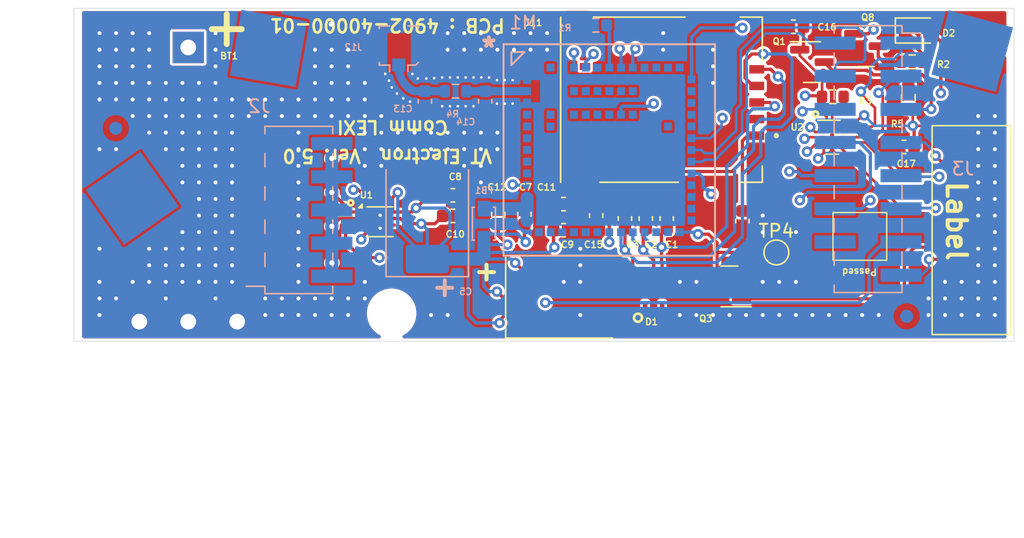
<source format=kicad_pcb>
(kicad_pcb (version 20240108) (generator "pcbnew") (generator_version "8.0")
  (layers (0 "F.Cu" signal) (1 "In1.Cu" signal) (2 "In2.Cu" signal) (31 "B.Cu" signal) (34 "B.Paste" user) (35 "F.Paste" user) (36 "B.SilkS" user "B.Silkscreen") (37 "F.SilkS" user "F.Silkscreen") (38 "B.Mask" user) (39 "F.Mask" user) (44 "Edge.Cuts" user))
  (net 0 "")
  (net 1 "GND")
  (net 6 "/uRST")
  (net 7 "/uCLK")
  (net 8 "/uData")
  (net 9 "/uVDD")
  (net 10 "/VBAT")
  (net 11 "/uPWRKEY")
  (net 12 "/uDTR")
  (net 13 "/TxD")
  (net 14 "/RxD")
  (net 15 "/uDCD")
  (net 16 "/RF_OUT")
  (net 18 "/RXD")
  (net 19 "/TXD")
  (net 20 "/VDD_EXT")
  (net 21 "/DTR")
  (net 22 "/DCD")
  (net 23 "/PWRKEY")
  (net 24 "/Alim")
  (net 28 "Net-(U2-OE)")
  (net 53 "/+3V6d")
  (net 54 "/+3V3_UC")
  (net 55 "/RF_OUT1")
  (net 57 "/D+")
  (net 58 "/D-")
  (net 59 "/Vbus")
  (net 76 "/VBAT_F")
  (net 77 "Net-(M1A-RTS)")
  (net 78 "/U5V")
  (net 79 "/P99")
  (net 80 "Net-(D2-K)")
  (net 81 "/Network")
  (net 82 "Net-(Q8-C)")
  (net 83 "/PowerDown")
  (footprint "Capacitor_SMD:C_0603_1608Metric" (layer "F.Cu") (at 48.4 -6.4 90)
    (property "Reference" "C1")
    (property "Value" "47p")
  )
  (footprint "Capacitor_SMD:C_0603_1608Metric" (layer "F.Cu") (at 46.8 -6.4 90)
    (property "Reference" "C2")
    (property "Value" "47p")
  )
  (footprint "Capacitor_SMD:C_0603_1608Metric" (layer "F.Cu") (at 45.2 -6.4 90)
    (property "Reference" "C3")
    (property "Value" "47p")
  )
  (footprint "Capacitor_SMD:C_0603_1608Metric" (layer "F.Cu") (at 54.2 -6.2 90)
    (property "Reference" "C4" (hide yes))
    (property "Value" "100n")
  )
  (footprint "Capacitor_Tantalum_SMD:CP_EIA-7361-38_AVX-V_Pad2.18x3.30mm_HandSolder" (layer "F.Cu") (at 40.6 -0.4)
    (property "Reference" "C6" (hide yes))
    (property "Value" "TAJD477K006RNJ" (hide yes))
  )
  (footprint "Capacitor_SMD:C_0603_1608Metric" (layer "F.Cu") (at 37.5 -6.725 90)
    (property "Reference" "C7")
    (property "Value" "15p")
  )
  (footprint "Capacitor_SMD:C_0603_1608Metric" (layer "F.Cu") (at 32.025 -8.1748)
    (property "Reference" "C8")
    (property "Value" "100n")
  )
  (footprint "Capacitor_SMD:C_0603_1608Metric" (layer "F.Cu") (at 40.5 -5.5)
    (property "Reference" "C9")
    (property "Value" "68p")
  )
  (footprint "Capacitor_SMD:C_0603_1608Metric" (layer "F.Cu") (at 32.025 -6.6)
    (property "Reference" "C10")
    (property "Value" "100n")
  )
  (footprint "Capacitor_SMD:C_0603_1608Metric" (layer "F.Cu") (at 40.5 -7.5)
    (property "Reference" "C11")
    (property "Value" "10n")
  )
  (footprint "Capacitor_SMD:C_0603_1608Metric" (layer "F.Cu") (at 35.5 -6.725 90)
    (property "Reference" "C12")
    (property "Value" "100n")
  )
  (footprint "Diode_SMD:SC70-6" (layer "F.Cu") (at 47.4 -0.6)
    (property "Reference" "D1")
    (property "Value" "SMF05C.TCT" (hide yes))
  )
  (footprint "Package_TO_SOT_SMD:SOT-23" (layer "F.Cu") (at 63.6625 -19.6)
    (property "Reference" "Q8")
    (property "Value" "PDTC143XT")
  )
  (footprint "Connector_Molex:MOLEX_78646-3001" (layer "F.Cu") (at 48 -15.5 180)
    (property "Reference" "J11")
    (property "Value" "78646-3001" (hide yes))
  )
  (footprint "Package_DFN_QFN:Texas_R_PUQFN-N12" (layer "F.Cu") (at 61.075 -12.625)
    (property "Reference" "U2")
    (property "Value" "TXB0104RUT" (hide yes))
  )
  (footprint "TestPoint:TestPoint_Pad_D1.5mm" (layer "F.Cu") (at 56.8 -3.8)
    (property "Reference" "TP4")
    (property "Value" "TestPoint" (hide yes))
  )
  (footprint "Resistor_SMD:R_0603_1608Metric" (layer "F.Cu") (at 61.125 -15.725)
    (property "Reference" "R3")
    (property "Value" "4k7")
  )
  (footprint "Package_SON:WSON-8-1EP_2x2mm_P0.5mm_EP0.9x1.6mm_ThermalVias" (layer "F.Cu") (at 26.45 -6.15)
    (property "Reference" "U1")
    (property "Value" "TPS22967DSGR")
  )
  (footprint "Capacitor_SMD:C_0603_1608Metric" (layer "F.Cu") (at 58.1 -21.09 180)
    (property "Reference" "C16")
    (property "Value" "100n" (hide yes))
  )
  (footprint "Capacitor_SMD:C_0603_1608Metric" (layer "F.Cu") (at 66.575 -11.88)
    (property "Reference" "C17")
    (property "Value" "100n" (hide yes))
  )
  (footprint "Battery:HLC1520-3P" (layer "F.Cu") (at 11.75 -19.5 -90)
    (property "Reference" "BT1")
    (property "Value" "HLC1520-3P")
  )
  (footprint "MountingHole:MountingHole_2.5mm  Simpla" (layer "F.Cu") (at 27.3304 0.8636)
    (property "Reference" "H1" (hide yes))
    (property "Value" "MountingHole" (hide yes))
  )
  (footprint "Package_TO_SOT_SMD:SOT-23" (layer "F.Cu") (at 59.5275 -18.38)
    (property "Reference" "Q1")
    (property "Value" "PDTC143XT" (hide yes))
  )
  (footprint "Fiducial:Fiducial_1mm_Mask2mm" (layer "F.Cu") (at 73.4 -19.4)
    (property "Reference" "FID1" (hide yes))
    (property "Value" "Fiducial" (hide yes))
  )
  (footprint "Resistor_SMD:R_0603_1608Metric" (layer "F.Cu") (at 67.2 -18.4 180)
    (property "Reference" "R2")
    (property "Value" "220")
  )
  (footprint "Fiducial:Fiducial_1mm_Mask2mm" (layer "F.Cu") (at 6.223 -2.794)
    (property "Reference" "FID4" (hide yes))
    (property "Value" "Fiducial" (hide yes))
  )
  (footprint "Capacitor_SMD:C_0603_1608Metric" (layer "F.Cu") (at 43 -6.625 -90)
    (property "Reference" "C15")
    (property "Value" "47p")
  )
  (footprint "Symbol:Eticheta" (layer "F.Cu") (at 71.7296 -5.5118 -90)
    (property "Reference" "TP1" (hide yes))
    (property "Value" "Eticheta" (hide yes))
  )
  (footprint "LED_SMD:LED_0805_2012Metric" (layer "F.Cu") (at 67.6 -20.8)
    (property "Reference" "D2")
    (property "Value" "598-8181-102F")
  )
  (footprint "Resistor_SMD:R_0603_1608Metric" (layer "F.Cu") (at 66.91 -15.66 90)
    (property "Reference" "R5")
    (property "Value" "4k7" (hide yes))
  )
  (footprint "Package_TO_SOT_SMD:SOT-23" (layer "F.Cu") (at 53.2 -1.2 180)
    (property "Reference" "Q3")
    (property "Value" "PDTC143XT")
  )
  (footprint "Capacitor_Tantalum_SMD:CP_EIA-7361-38_AVX-V_Pad2.18x3.30mm_HandSolder" (layer "B.Cu") (at 30.06 -6.48 90)
    (property "Reference" "C5")
    (property "Value" "TAJD477K006RNJ")
  )
  (footprint "Connector_Coaxial:U.FL_Molex_MCRF_73412-0110_Vertical" (layer "B.Cu") (at 27.875 -19.65 180)
    (property "Reference" "J12")
    (property "Value" "CONUFL001-SMD-T" (hide yes))
  )
  (footprint "Connector_PinHeader_2.54mm:PinHeader_2x08_P2.54mm_Vertical_SMD_MOD" (layer "B.Cu") (at 63.825 -10.95 180)
    (property "Reference" "J3")
    (property "Value" "Conn_02x08_Counter_Clockwise")
  )
  (footprint "ublox:LEXI" (layer "B.Cu") (at 44 -11.65 -90)
    (property "Reference" "M1")
    (property "Value" "LEXI-R422")
  )
  (footprint "TestPoint:TestPoint_Pad_5.1x5.1mm" (layer "B.Cu") (at 17.8976 -19.431 170)
    (property "Reference" "J5" (hide yes))
    (property "Value" "Conn_01x01_Male" (hide yes))
  )
  (footprint "Fiducial:Fiducial_1mm_Mask2mm" (layer "B.Cu") (at 66.7766 1.0922 180)
    (property "Reference" "FID2" (hide yes))
    (property "Value" "Fiducial" (hide yes))
  )
  (footprint "Resistor_SMD:R_0603_1608Metric" (layer "B.Cu") (at 32.225 -16.15)
    (property "Reference" "R4")
    (property "Value" "0")
  )
  (footprint "Resistor_SMD:R_0603_1608Metric" (layer "B.Cu") (at 42.975 -21.2)
    (property "Reference" "R1")
    (property "Value" "0" (hide yes))
  )
  (footprint "Inductor_SMD:L_Walsin_WLFM201209x" (layer "B.Cu") (at 34.4 -6 -90)
    (property "Reference" "FB1")
    (property "Value" "BLM18EG221SN1D")
  )
  (footprint "Connector_PinHeader_2.54mm:PinHeader_2x05_P2.54mm_Vertical_SMD_MOD" (layer "B.Cu") (at 20.225 -7.05)
    (property "Reference" "J2")
    (property "Value" "Conn_02x05_Counter_Clockwise")
  )
  (footprint "Capacitor_SMD:C_0603_1608Metric" (layer "B.Cu") (at 29.875 -15.375 -90)
    (property "Reference" "C13")
    (property "Value" "DNP")
  )
  (footprint "TestPoint:TestPoint_Pad_5.1x5.1mm" (layer "B.Cu") (at 71.8058 -19.2278 165)
    (property "Reference" "J6" (hide yes))
    (property "Value" "Conn_01x01_Male" (hide yes))
  )
  (footprint "TestPoint:TestPoint_Pad_5.1x5.1mm" (layer "B.Cu") (at 7.4676 -7.9502 125)
    (property "Reference" "J4" (hide yes))
    (property "Value" "Conn_01x01_Male" (hide yes))
  )
  (footprint "Fiducial:Fiducial_1mm_Mask2mm" (layer "B.Cu") (at 6.1976 -13.3096 180)
    (property "Reference" "FID3" (hide yes))
    (property "Value" "Fiducial" (hide yes))
  )
  (footprint "Capacitor_SMD:C_0603_1608Metric" (layer "B.Cu") (at 34.5 -15.375 -90)
    (property "Reference" "C14")
    (property "Value" "DNP")
  )
  (gr_circle (center 59.8 -14.4) (end 60 -14.4) (stroke (width 0.2)) (fill none) (layer "F.SilkS"))
  (gr_circle (center 46.2 1.2) (end 46.510047 1.2) (stroke (width 0.2)) (fill none) (layer "F.SilkS"))
  (gr_circle (center 24.2 -7.6) (end 24.4 -7.6) (stroke (width 0.2)) (fill none) (layer "F.SilkS"))
  (gr_rect (start 61.1378 -6.858) (end 65.2526 -3.2004) (stroke (width 0.1)) (fill none) (layer "F.SilkS"))
  (gr_line (start 75 3) (end 3 3) (stroke (width 0.05)) (layer "Edge.Cuts"))
  (gr_line (start 3 -22.5) (end 3 3) (stroke (width 0.05)) (layer "Edge.Cuts"))
  (gr_line (start 75 3) (end 75 -22.5) (stroke (width 0.05)) (layer "Edge.Cuts"))
  (gr_line (start 75 -22.5) (end 3 -22.5) (stroke (width 0.05)) (layer "Edge.Cuts"))
  (gr_text "+" (at 31.4 -1.2 0) (layer "B.SilkS") (effects (font (size 1.5 1.5) (thickness 0.3))))
  (gr_text "*" (at 35.55 -18.57 0) (layer "B.SilkS") (effects (font (size 1.5 1.5) (thickness 0.3) (bold yes)) (justify left bottom mirror)))
  (gr_text "PCB : 4902-40000-01" (at 27 -21.2 180) (layer "F.SilkS") (effects (font (size 1 1) (thickness 0.2))))
  (gr_text "VT Electron  Ver. 5.0\n" (at 27 -11.2 180) (layer "F.SilkS") (effects (font (size 1 1) (thickness 0.2))))
  (gr_text "Label" (at 70.6 -6.2 270) (layer "F.SilkS") (effects (font (size 1.5 1.5) (thickness 0.3))))
  (gr_text "Passed" (at 63.1698 -2.3114 180) (layer "F.SilkS") (effects (font (size 0.5 0.5) (thickness 0.1))))
  (gr_text "Comm LEXI\n\n" (at 27.4 -14.2 180) (layer "F.SilkS") (effects (font (size 1 1) (thickness 0.2))))
  (gr_text "+" (at 34.6 -2.4 0) (layer "F.SilkS") (effects (font (size 1.5 1.5) (thickness 0.3))))
  (via (at 70.993 0.993657) (size 0.6) (drill 0.3) (layers "F.Cu" "B.Cu") (net 1))
  (via (at 17.653 0.993657) (size 0.6) (drill 0.3) (layers "F.Cu" "B.Cu") (net 1))
  (via (at 51.943 -18.056343) (size 0.6) (drill 0.3) (layers "F.Cu" "B.Cu") (net 1))
  (via (at 18.923 -0.276343) (size 0.6) (drill 0.3) (layers "F.Cu" "B.Cu") (net 1))
  (via (at 53.213 0.993657) (size 0.6) (drill 0.3) (layers "F.Cu" "B.Cu") (net 1))
  (via (at 4.953 -4.086343) (size 0.6) (drill 0.3) (layers "F.Cu" "B.Cu") (net 1))
  (via (at 22.733 -0.276343) (size 0.6) (drill 0.3) (layers "F.Cu" "B.Cu") (net 1))
  (via (at 72.263 -14.246343) (size 0.6) (drill 0.3) (layers "F.Cu" "B.Cu") (net 1))
  (via (at 13.843 -14.246343) (size 0.6) (drill 0.3) (layers "F.Cu" "B.Cu") (net 1))
  (via (at 41.783 -2.816343) (size 0.6) (drill 0.3) (layers "F.Cu" "B.Cu") (net 1))
  (via (at 73.533 -0.276343) (size 0.6) (drill 0.3) (layers "F.Cu" "B.Cu") (net 1))
  (via (at 11.303 -10.436343) (size 0.6) (drill 0.3) (layers "F.Cu" "B.Cu") (net 1))
  (via (at 73.533 -2.816343) (size 0.6) (drill 0.3) (layers "F.Cu" "B.Cu") (net 1))
  (via (at 11.303 -9.166343) (size 0.6) (drill 0.3) (layers "F.Cu" "B.Cu") (net 1))
  (via (at 12.573 -10.436343) (size 0.6) (drill 0.3) (layers "F.Cu" "B.Cu") (net 1))
  (via (at 31.623 0.993657) (size 0.6) (drill 0.3) (layers "F.Cu" "B.Cu") (net 1))
  (via (at 73.533 -12.976343) (size 0.6) (drill 0.3) (layers "F.Cu" "B.Cu") (net 1))
  (via (at 29.083 -12.976343) (size 0.6) (drill 0.3) (layers "F.Cu" "B.Cu") (net 1))
  (via (at 31.623 -20.596343) (size 0.6) (drill 0.3) (layers "F.Cu" "B.Cu") (net 1))
  (via (at 68.453 0.993657) (size 0.6) (drill 0.3) (layers "F.Cu" "B.Cu") (net 1))
  (via (at 25.273 -10.436343) (size 0.6) (drill 0.3) (layers "F.Cu" "B.Cu") (net 1))
  (via (at 8.763 -19.326343) (size 0.6) (drill 0.3) (layers "F.Cu" "B.Cu") (net 1))
  (via (at 70.993 -1.546343) (size 0.6) (drill 0.3) (layers "F.Cu" "B.Cu") (net 1))
  (via (at 35.4 -15.2) (size 0.4) (drill 0.2) (layers "F.Cu" "B.Cu") (net 1))
  (via (at 32.4 -15) (size 0.4) (drill 0.2) (layers "F.Cu" "B.Cu") (net 1))
  (via (at 13.843 -11.706343) (size 0.6) (drill 0.3) (layers "F.Cu" "B.Cu") (net 1))
  (via (at 7.493 -1.546343) (size 0.6) (drill 0.3) (layers "F.Cu" "B.Cu") (net 1))
  (via (at 73.533 -4.086343) (size 0.6) (drill 0.3) (layers "F.Cu" "B.Cu") (net 1))
  (via (at 10.033 -11.706343) (size 0.6) (drill 0.3) (layers "F.Cu" "B.Cu") (net 1))
  (via (at 18.923 -14.246343) (size 0.6) (drill 0.3) (layers "F.Cu" "B.Cu") (net 1))
  (via (at 21.463 -14.246343) (size 0.6) (drill 0.3) (layers "F.Cu" "B.Cu") (net 1))
  (via (at 7.493 -18.056343) (size 0.6) (drill 0.3) (layers "F.Cu" "B.Cu") (net 1))
  (via (at 10.033 -14.246343) (size 0.6) (drill 0.3) (layers "F.Cu" "B.Cu") (net 1))
  (via (at 22.733 -16.786343) (size 0.6) (drill 0.3) (layers "F.Cu" "B.Cu") (net 1))
  (via (at 6.223 -11.706343) (size 0.6) (drill 0.3) (layers "F.Cu" "B.Cu") (net 1))
  (via (at 37.973 -20.596343) (size 0.6) (drill 0.3) (layers "F.Cu" "B.Cu") (net 1))
  (via (at 6.223 -18.056343) (size 0.6) (drill 0.3) (layers "F.Cu" "B.Cu") (net 1))
  (via (at 13.843 -4.086343) (size 0.6) (drill 0.3) (layers "F.Cu" "B.Cu") (net 1))
  (via (at 72.263 -1.546343) (size 0.6) (drill 0.3) (layers "F.Cu" "B.Cu") (net 1))
  (via (at 39.243 -19.326343) (size 0.6) (drill 0.3) (layers "F.Cu" "B.Cu") (net 1))
  (via (at 32.893 -11.706343) (size 0.6) (drill 0.3) (layers "F.Cu" "B.Cu") (net 1))
  (via (at 73.533 -1.546343) (size 0.6) (drill 0.3) (layers "F.Cu" "B.Cu") (net 1))
  (via (at 24.003 -14.246343) (size 0.6) (drill 0.3) (layers "F.Cu" "B.Cu") (net 1))
  (via (at 4.953 0.993657) (size 0.6) (drill 0.3) (layers "F.Cu" "B.Cu") (net 1))
  (via (at 15.113 -9.166343) (size 0.6) (drill 0.3) (layers "F.Cu" "B.Cu") (net 1))
  (via (at 13.843 -16.786343) (size 0.6) (drill 0.3) (layers "F.Cu" "B.Cu") (net 1))
  (via (at 30.353 -12.976343) (size 0.6) (drill 0.3) (layers "F.Cu" "B.Cu") (net 1))
  (via (at 20.193 -6.626343) (size 0.6) (drill 0.3) (layers "F.Cu" "B.Cu") (net 1))
  (via (at 27.13 -16.96) (size 0.4) (drill 0.2) (layers "F.Cu" "B.Cu") (net 1))
  (via (at 50.673 -1.546343) (size 0.6) (drill 0.3) (layers "F.Cu" "B.Cu") (net 1))
  (via (at 51.943 -16.786343) (size 0.6) (drill 0.3) (layers "F.Cu" "B.Cu") (net 1))
  (via (at 24.003 0.993657) (size 0.6) (drill 0.3) (layers "F.Cu" "B.Cu") (net 1))
  (via (at 6.223 -15.516343) (size 0.6) (drill 0.3) (layers "F.Cu" "B.Cu") (net 1))
  (via (at 22.733 -14.246343) (size 0.6) (drill 0.3) (layers "F.Cu" "B.Cu") (net 1))
  (via (at 18.923 0.993657) (size 0.6) (drill 0.3) (layers "F.Cu" "B.Cu") (net 1))
  (via (at 22.733 -18.056343) (size 0.6) (drill 0.3) (layers "F.Cu" "B.Cu") (net 1))
  (via (at 15.113 -11.706343) (size 0.6) (drill 0.3) (layers "F.Cu" "B.Cu") (net 1))
  (via (at 12.573 -5.356343) (size 0.6) (drill 0.3) (layers "F.Cu" "B.Cu") (net 1))
  (via (at 30.59 -17.15) (size 0.4) (drill 0.2) (layers "F.Cu" "B.Cu") (net 1))
  (via (at 34.163 -11.706343) (size 0.6) (drill 0.3) (layers "F.Cu" "B.Cu") (net 1))
  (via (at 25.273 -0.276343) (size 0.6) (drill 0.3) (layers "F.Cu" "B.Cu") (net 1))
  (via (at 6.223 -0.276343) (size 0.6) (drill 0.3) (layers "F.Cu" "B.Cu") (net 1))
  (via (at 51.943 0.993657) (size 0.6) (drill 0.3) (layers "F.Cu" "B.Cu") (net 1))
  (via (at 6.223 -20.596343) (size 0.6) (drill 0.3) (layers "F.Cu" "B.Cu") (net 1))
  (via (at 54.483 0.993657) (size 0.6) (drill 0.3) (layers "F.Cu" "B.Cu") (net 1))
  (via (at 51.943 -19.326343) (size 0.6) (drill 0.3) (layers "F.Cu" "B.Cu") (net 1))
  (via (at 41.783 -4.086343) (size 0.6) (drill 0.3) (layers "F.Cu" "B.Cu") (net 1))
  (via (at 31.8 -15) (size 0.4) (drill 0.2) (layers "F.Cu" "B.Cu") (net 1))
  (via (at 58.293 0.993657) (size 0.6) (drill 0.3) (layers "F.Cu" "B.Cu") (net 1))
  (via (at 20.193 -11.706343) (size 0.6) (drill 0.3) (layers "F.Cu" "B.Cu") (net 1))
  (via (at 72.263 -0.276343) (size 0.6) (drill 0.3) (layers "F.Cu" "B.Cu") (net 1))
  (via (at 72.263 -6.626343) (size 0.6) (drill 0.3) (layers "F.Cu" "B.Cu") (net 1))
  (via (at 11.303 -11.706343) (size 0.6) (drill 0.3) (layers "F.Cu" "B.Cu") (net 1))
  (via (at 20.193 -2.816343) (size 0.6) (drill 0.3) (layers "F.Cu" "B.Cu") (net 1))
  (via (at 15.113 -4.086343) (size 0.6) (drill 0.3) (layers "F.Cu" "B.Cu") (net 1))
  (via (at 11.303 -5.356343) (size 0.6) (drill 0.3) (layers "F.Cu" "B.Cu") (net 1))
  (via (at 32.4 -17.2) (size 0.4) (drill 0.2) (layers "F.Cu" "B.Cu") (net 1))
  (via (at 22.733 0.993657) (size 0.6) (drill 0.3) (layers "F.Cu" "B.Cu") (net 1))
  (via (at 73.533 -14.246343) (size 0.6) (drill 0.3) (layers "F.Cu" "B.Cu") (net 1))
  (via (at 73.533 0.993657) (size 0.6) (drill 0.3) (layers "F.Cu" "B.Cu") (net 1))
  (via (at 20.193 -5.356343) (size 0.6) (drill 0.3) (layers "F.Cu" "B.Cu") (net 1))
  (via (at 25.273 -15.516343) (size 0.6) (drill 0.3) (layers "F.Cu" "B.Cu") (net 1))
  (via (at 26.543 -12.976343) (size 0.6) (drill 0.3) (layers "F.Cu" "B.Cu") (net 1))
  (via (at 8.763 -1.546343) (size 0.6) (drill 0.3) (layers "F.Cu" "B.Cu") (net 1))
  (via (at 30.353 0.993657) (size 0.6) (drill 0.3) (layers "F.Cu" "B.Cu") (net 1))
  (via (at 20.193 -7.896343) (size 0.6) (drill 0.3) (layers "F.Cu" "B.Cu") (net 1))
  (via (at 13.843 -2.816343) (size 0.6) (drill 0.3) (layers "F.Cu" "B.Cu") (net 1))
  (via (at 57.023 0.993657) (size 0.6) (drill 0.3) (layers "F.Cu" "B.Cu") (net 1))
  (via (at 72.263 -2.816343) (size 0.6) (drill 0.3) (layers "F.Cu" "B.Cu") (net 1))
  (via (at 21.463 -19.326343) (size 0.6) (drill 0.3) (layers "F.Cu" "B.Cu") (net 1))
  (via (at 13.843 -18.056343) (size 0.6) (drill 0.3) (layers "F.Cu" "B.Cu") (net 1))
  (via (at 24.003 -16.786343) (size 0.6) (drill 0.3) (layers "F.Cu" "B.Cu") (net 1))
  (via (at 16.383 -15.516343) (size 0.6) (drill 0.3) (layers "F.Cu" "B.Cu") (net 1))
  (via (at 15.113 -1.546343) (size 0.6) (drill 0.3) (layers "F.Cu" "B.Cu") (net 1))
  (via (at 7.493 -19.326343) (size 0.6) (drill 0.3) (layers "F.Cu" "B.Cu") (net 1))
  (via (at 10.033 -0.276343) (size 0.6) (drill 0.3) (layers "F.Cu" "B.Cu") (net 1))
  (via (at 18.923 -15.516343) (size 0.6) (drill 0.3) (layers "F.Cu" "B.Cu") (net 1))
  (via (at 4.953 -16.786343) (size 0.6) (drill 0.3) (layers "F.Cu" "B.Cu") (net 1))
  (via (at 49.403 -1.546343) (size 0.6) (drill 0.3) (layers "F.Cu" "B.Cu") (net 1))
  (via (at 73.533 -11.706343) (size 0.6) (drill 0.3) (layers "F.Cu" "B.Cu") (net 1))
  (via (at 11.303 -4.086343) (size 0.6) (drill 0.3) (layers "F.Cu" "B.Cu") (net 1))
  (via (at 21.463 -16.786343) (size 0.6) (drill 0.3) (layers "F.Cu" "B.Cu") (net 1))
  (via (at 33 -15) (size 0.4) (drill 0.2) (layers "F.Cu" "B.Cu") (net 1))
  (via (at 7.493 -15.516343) (size 0.6) (drill 0.3) (layers "F.Cu" "B.Cu") (net 1))
  (via (at 59.563 0.993657) (size 0.6) (drill 0.3) (layers "F.Cu" "B.Cu") (net 1))
  (via (at 12.573 -11.706343) (size 0.6) (drill 0.3) (layers "F.Cu" "B.Cu") (net 1))
  (via (at 26.543 -11.706343) (size 0.6) (drill 0.3) (layers "F.Cu" "B.Cu") (net 1))
  (via (at 58.293 -5.356343) (size 0.6) (drill 0.3) (layers "F.Cu" "B.Cu") (net 1))
  (via (at 50.673 0.993657) (size 0.6) (drill 0.3) (layers "F.Cu" "B.Cu") (net 1))
  (via (at 57.023 -1.546343) (size 0.6) (drill 0.3) (layers "F.Cu" "B.Cu") (net 1))
  (via (at 21.463 -0.276343) (size 0.6) (drill 0.3) (layers "F.Cu" "B.Cu") (net 1))
  (via (at 55.753 -1.546343) (size 0.6) (drill 0.3) (layers "F.Cu" "B.Cu") (net 1))
  (via (at 72.263 -12.976343) (size 0.6) (drill 0.3) (layers "F.Cu" "B.Cu") (net 1))
  (via (at 28.92 -17.47) (size 0.4) (drill 0.2) (layers "F.Cu" "B.Cu") (net 1))
  (via (at 55.753 -6.626343) (size 0.6) (drill 0.3) (layers "F.Cu" "B.Cu") (net 1))
  (via (at 17.653 -14.246343) (size 0.6) (drill 0.3) (layers "F.Cu" "B.Cu") (net 1))
  (via (at 21.463 -18.056343) (size 0.6) (drill 0.3) (layers "F.Cu" "B.Cu") (net 1))
  (via (at 63.373 0.993657) (size 0.6) (drill 0.3) (layers "F.Cu" "B.Cu") (net 1))
  (via (at 15.113 -5.356343) (size 0.6) (drill 0.3) (layers "F.Cu" "B.Cu") (net 1))
  (via (at 12.573 -4.086343) (size 0.6) (drill 0.3) (layers "F.Cu" "B.Cu") (net 1))
  (via (at 32.893 -10.436343) (size 0.6) (drill 0.3) (layers "F.Cu" "B.Cu") (net 1))
  (via (at 10.033 -16.786343) (size 0.6) (drill 0.3) (layers "F.Cu" "B.Cu") (net 1))
  (via (at 32.893 -20.596343) (size 0.6) (drill 0.3) (layers "F.Cu" "B.Cu") (net 1))
  (via (at 20.193 -4.086343) (size 0.6) (drill 0.3) (layers "F.Cu" "B.Cu") (net 1))
  (via (at 10.033 -15.516343) (size 0.6) (drill 0.3) (layers "F.Cu" "B.Cu") (net 1))
  (via (at 8.763 -15.516343) (size 0.6) (drill 0.3) (layers "F.Cu" "B.Cu") (net 1))
  (via (at 34.163 -20.596343) (size 0.6) (drill 0.3) (layers "F.Cu" "B.Cu") (net 1))
  (via (at 12.573 -2.816343) (size 0.6) (drill 0.3) (layers "F.Cu" "B.Cu") (net 1))
  (via (at 13.843 -19.326343) (size 0.6) (drill 0.3) (layers "F.Cu" "B.Cu") (net 1))
  (via (at 24.003 -18.056343) (size 0.6) (drill 0.3) (layers "F.Cu" "B.Cu") (net 1))
  (via (at 25.273 -12.976343) (size 0.6) (drill 0.3) (layers "F.Cu" "B.Cu") (net 1))
  (via (at 35.433 -19.326343) (size 0.6) (drill 0.3) (layers "F.Cu" "B.Cu") (net 1))
  (via (at 21.463 -15.516343) (size 0.6) (drill 0.3) (layers "F.Cu" "B.Cu") (net 1))
  (via (at 12.573 -1.546343) (size 0.6) (drill 0.3) (layers "F.Cu" "B.Cu") (net 1))
  (via (at 13.843 -5.356343) (size 0.6) (drill 0.3) (layers "F.Cu" "B.Cu") (net 1))
  (via (at 13.843 -9.166343) (size 0.6) (drill 0.3) (layers "F.Cu" "B.Cu") (net 1))
  (via (at 24.003 -0.276343) (size 0.6) (drill 0.3) (layers "F.Cu" "B.Cu") (net 1))
  (via (at 55.753 -5.356343) (size 0.6) (drill 0.3) (layers "F.Cu" "B.Cu") (net 1))
  (via (at 24.003 -19.326343) (size 0.6) (drill 0.3) (layers "F.Cu" "B.Cu") (net 1))
  (via (at 27.813 -11.706343) (size 0.6) (drill 0.3) (layers "F.Cu" "B.Cu") (net 1))
  (via (at 68.453 -0.276343) (size 0.6) (drill 0.3) (layers "F.Cu" "B.Cu") (net 1))
  (via (at 31.623 -12.976343) (size 0.6) (drill 0.3) (layers "F.Cu" "B.Cu") (net 1))
  (via (at 32.893 -19.326343) (size 0.6) (drill 0.3) (layers "F.Cu" "B.Cu") (net 1))
  (via (at 13.843 -15.516343) (size 0.6) (drill 0.3) (layers "F.Cu" "B.Cu") (net 1))
  (via (at 4.953 -18.056343) (size 0.6) (drill 0.3) (layers "F.Cu" "B.Cu") (net 1))
  (via (at 29.99 -17.12) (size 0.4) (drill 0.2) (layers "F.Cu" "B.Cu") (net 1))
  (via (at 7.493 -20.596343) (size 0.6) (drill 0.3) (layers "F.Cu" "B.Cu") (net 1))
  (via (at 26.84 -17.48) (size 0.4) (drill 0.2) (layers "F.Cu" "B.Cu") (net 1))
  (via (at 36 -15.2) (size 0.4) (drill 0.2) (layers "F.Cu" "B.Cu") (net 1))
  (via (at 41.783 -1.546343) (size 0.6) (drill 0.3) (layers "F.Cu" "B.Cu") (net 1))
  (via (at 28.22 -15.6) (size 0.4) (drill 0.2) (layers "F.Cu" "B.Cu") (net 1))
  (via (at 72.263 -9.166343) (size 0.6) (drill 0.3) (layers "F.Cu" "B.Cu") (net 1))
  (via (at 8.763 -12.976343) (size 0.6) (drill 0.3) (layers "F.Cu" "B.Cu") (net 1))
  (via (at 13.843 -6.626343) (size 0.6) (drill 0.3) (layers "F.Cu" "B.Cu") (net 1))
  (via (at 15.113 -14.246343) (size 0.6) (drill 0.3) (layers "F.Cu" "B.Cu") (net 1))
  (via (at 22.7076 -21.2852) (size 0.8) (drill 0.4) (layers "F.Cu" "B.Cu") (net 1))
  (via (at 15.113 -15.516343) (size 0.6) (drill 0.3) (layers "F.Cu" "B.Cu") (net 1))
  (via (at 20.193 -0.276343) (size 0.6) (drill 0.3) (layers "F.Cu" "B.Cu") (net 1))
  (via (at 20.193 -1.546343) (size 0.6) (drill 0.3) (layers "F.Cu" "B.Cu") (net 1))
  (via (at 70.993 -0.276343) (size 0.6) (drill 0.3) (layers "F.Cu" "B.Cu") (net 1))
  (via (at 31.2 -15) (size 0.4) (drill 0.2) (layers "F.Cu" "B.Cu") (net 1))
  (via (at 36.703 -20.596343) (size 0.6) (drill 0.3) (layers "F.Cu" "B.Cu") (net 1))
  (via (at 34.163 -19.326343) (size 0.6) (drill 0.3) (layers "F.Cu" "B.Cu") (net 1))
  (via (at 29.34 -17.12) (size 0.4) (drill 0.2) (layers "F.Cu" "B.Cu") (net 1))
  (via (at 69.723 -0.276343) (size 0.6) (drill 0.3) (layers "F.Cu" "B.Cu") (net 1))
  (via (at 64.643 0.993657) (size 0.6) (drill 0.3) (layers "F.Cu" "B.Cu") (net 1))
  (via (at 58.293 -1.546343) (size 0.6) (drill 0.3) (layers "F.Cu" "B.Cu") (net 1))
  (via (at 29.083 -11.706343) (size 0.6) (drill 0.3) (layers "F.Cu" "B.Cu") (net 1))
  (via (at 27.813 -12.976343) (size 0.6) (drill 0.3) (layers "F.Cu" "B.Cu") (net 1))
  (via (at 11.303 -2.816343) (size 0.6) (drill 0.3) (layers "F.Cu" "B.Cu") (net 1))
  (via (at 7.493 -16.786343) (size 0.6) (drill 0.3) (layers "F.Cu" "B.Cu") (net 1))
  (via (at 4.953 -15.516343) (size 0.6) (drill 0.3) (layers "F.Cu" "B.Cu") (net 1))
  (via (at 15.113 -12.976343) (size 0.6) (drill 0.3) (layers "F.Cu" "B.Cu") (net 1))
  (via (at 34.163 -12.976343) (size 0.6) (drill 0.3) (layers "F.Cu" "B.Cu") (net 1))
  (via (at 30.353 -11.706343) (size 0.6) (drill 0.3) (layers "F.Cu" "B.Cu") (net 1))
  (via (at 73.533 -10.436343) (size 0.6) (drill 0.3) (layers "F.Cu" "B.Cu") (net 1))
  (via (at 39.243 -20.596343) (size 0.6) (drill 0.3) (layers "F.Cu" "B.Cu") (net 1))
  (via (at 35.433 -20.596343) (size 0.6) (drill 0.3) (layers "F.Cu" "B.Cu") (net 1))
  (via (at 73.533 -7.896343) (size 0.6) (drill 0.3) (layers "F.Cu" "B.Cu") (net 1))
  (via (at 48.133 -19.326343) (size 0.6) (drill 0.3) (layers "F.Cu" "B.Cu") (net 1))
  (via (at 73.533 -6.626343) (size 0.6) (drill 0.3) (layers "F.Cu" "B.Cu") (net 1))
  (via (at 4.953 -11.706343) (size 0.6) (drill 0.3) (layers "F.Cu" "B.Cu") (net 1))
  (via (at 26.543 -10.436343) (size 0.6) (drill 0.3) (layers "F.Cu" "B.Cu") (net 1))
  (via (at 25.273 -11.706343) (size 0.6) (drill 0.3) (layers "F.Cu" "B.Cu") (net 1))
  (via (at 4.953 -0.276343) (size 0.6) (drill 0.3) (layers "F.Cu" "B.Cu") (net 1))
  (via (at 12.573 -16.786343) (size 0.6) (drill 0.3) (layers "F.Cu" "B.Cu") (net 1))
  (via (at 20.193 -12.976343) (size 0.6) (drill 0.3) (layers "F.Cu" "B.Cu") (net 1))
  (via (at 36.703 -19.326343) (size 0.6) (drill 0.3) (layers "F.Cu" "B.Cu") (net 1))
  (via (at 16.383 -14.246343) (size 0.6) (drill 0.3) (layers "F.Cu" "B.Cu") (net 1))
  (via (at 4.953 -20.596343) (size 0.6) (drill 0.3) (layers "F.Cu" "B.Cu") (net 1))
  (via (at 8.763 -16.786343) (size 0.6) (drill 0.3) (layers "F.Cu" "B.Cu") (net 1))
  (via (at 60.833 0.993657) (size 0.6) (drill 0.3) (layers "F.Cu" "B.Cu") (net 1))
  (via (at 8.763 -2.816343) (size 0.6) (drill 0.3) (layers "F.Cu" "B.Cu") (net 1))
  (via (at 12.573 -7.896343) (size 0.6) (drill 0.3) (layers "F.Cu" "B.Cu") (net 1))
  (via (at 26.543 -14.246343) (size 0.6) (drill 0.3) (layers "F.Cu" "B.Cu") (net 1))
  (via (at 15.113 -2.816343) (size 0.6) (drill 0.3) (layers "F.Cu" "B.Cu") (net 1))
  (via (at 25.273 -1.546343) (size 0.6) (drill 0.3) (layers "F.Cu" "B.Cu") (net 1))
  (via (at 35.433 -12.976343) (size 0.6) (drill 0.3) (layers "F.Cu" "B.Cu") (net 1))
  (via (at 72.263 -11.706343) (size 0.6) (drill 0.3) (layers "F.Cu" "B.Cu") (net 1))
  (via (at 7.493 -14.246343) (size 0.6) (drill 0.3) (layers "F.Cu" "B.Cu") (net 1))
  (via (at 4.953 -19.326343) (size 0.6) (drill 0.3) (layers "F.Cu" "B.Cu") (net 1))
  (via (at 11.303 -12.976343) (size 0.6) (drill 0.3) (layers "F.Cu" "B.Cu") (net 1))
  (via (at 31.8 -17.2) (size 0.4) (drill 0.2) (layers "F.Cu" "B.Cu") (net 1))
  (via (at 10.033 -12.976343) (size 0.6) (drill 0.3) (layers "F.Cu" "B.Cu") (net 1))
  (via (at 17.653 -15.516343) (size 0.6) (drill 0.3) (layers "F.Cu" "B.Cu") (net 1))
  (via (at 41.783 0.993657) (size 0.6) (drill 0.3) (layers "F.Cu" "B.Cu") (net 1))
  (via (at 32.893 -12.976343) (size 0.6) (drill 0.3) (layers "F.Cu" "B.Cu") (net 1))
  (via (at 73.533 -9.166343) (size 0.6) (drill 0.3) (layers "F.Cu" "B.Cu") (net 1))
  (via (at 31.2 -17.2) (size 0.4) (drill 0.2) (layers "F.Cu" "B.Cu") (net 1))
  (via (at 20.193 -9.166343) (size 0.6) (drill 0.3) (layers "F.Cu" "B.Cu") (net 1))
  (via (at 10.033 -1.546343) (size 0.6) (drill 0.3) (layers "F.Cu" "B.Cu") (net 1))
  (via (at 4.953 -1.546343) (size 0.6) (drill 0.3) (layers "F.Cu" "B.Cu") (net 1))
  (via (at 6.223 -16.786343) (size 0.6) (drill 0.3) (layers "F.Cu" "B.Cu") (net 1))
  (via (at 15.113 -6.626343) (size 0.6) (drill 0.3) (layers "F.Cu" "B.Cu") (net 1))
  (via (at 28.74 -15.35) (size 0.4) (drill 0.2) (layers "F.Cu" "B.Cu") (net 1))
  (via (at 15.113 -10.436343) (size 0.6) (drill 0.3) (layers "F.Cu" "B.Cu") (net 1))
  (via (at 13.843 -0.276343) (size 0.6) (drill 0.3) (layers "F.Cu" "B.Cu") (net 1))
  (via (at 20.193 0.993657) (size 0.6) (drill 0.3) (layers "F.Cu" "B.Cu") (net 1))
  (via (at 24.003 -15.516343) (size 0.6) (drill 0.3) (layers "F.Cu" "B.Cu") (net 1))
  (via (at 10.033 -4.086343) (size 0.6) (drill 0.3) (layers "F.Cu" "B.Cu") (net 1))
  (via (at 12.573 -14.246343) (size 0.6) (drill 0.3) (layers "F.Cu" "B.Cu") (net 1))
  (via (at 22.733 -19.326343) (size 0.6) (drill 0.3) (layers "F.Cu" "B.Cu") (net 1))
  (via (at 8.763 -4.086343) (size 0.6) (drill 0.3) (layers "F.Cu" "B.Cu") (net 1))
  (via (at 55.753 0.993657) (size 0.6) (drill 0.3) (layers "F.Cu" "B.Cu") (net 1))
  (via (at 11.303 -14.246343) (size 0.6) (drill 0.3) (layers "F.Cu" "B.Cu") (net 1))
  (via (at 72.263 -7.896343) (size 0.6) (drill 0.3) (layers "F.Cu" "B.Cu") (net 1))
  (via (at 10.033 -2.816343) (size 0.6) (drill 0.3) (layers "F.Cu" "B.Cu") (net 1))
  (via (at 20.193 -15.516343) (size 0.6) (drill 0.3) (layers "F.Cu" "B.Cu") (net 1))
  (via (at 8.763 -20.596343) (size 0.6) (drill 0.3) (layers "F.Cu" "B.Cu") (net 1))
  (via (at 34.8 -17.2) (size 0.4) (drill 0.2) (layers "F.Cu" "B.Cu") (net 1))
  (via (at 11.303 -15.516343) (size 0.6) (drill 0.3) (layers "F.Cu" "B.Cu") (net 1))
  (via (at 25.273 -16.786343) (size 0.6) (drill 0.3) (layers "F.Cu" "B.Cu") (net 1))
  (via (at 36.6 -17) (size 0.4) (drill 0.2) (layers "F.Cu" "B.Cu") (net 1))
  (via (at 36 -17) (size 0.4) (drill 0.2) (layers "F.Cu" "B.Cu") (net 1))
  (via (at 20.193 -10.436343) (size 0.6) (drill 0.3) (layers "F.Cu" "B.Cu") (net 1))
  (via (at 34.163 -9.166343) (size 0.6) (drill 0.3) (layers "F.Cu" "B.Cu") (net 1))
  (via (at 40.513 -1.546343) (size 0.6) (drill 0.3) (layers "F.Cu" "B.Cu") (net 1))
  (via (at 31.623 -19.326343) (size 0.6) (drill 0.3) (layers "F.Cu" "B.Cu") (net 1))
  (via (at 8.763 -18.056343) (size 0.6) (drill 0.3) (layers "F.Cu" "B.Cu") (net 1))
  (via (at 33 -17.2) (size 0.4) (drill 0.2) (layers "F.Cu" "B.Cu") (net 1))
  (via (at 73.533 -5.356343) (size 0.6) (drill 0.3) (layers "F.Cu" "B.Cu") (net 1))
  (via (at 13.843 -20.596343) (size 0.6) (drill 0.3) (layers "F.Cu" "B.Cu") (net 1))
  (via (at 33.6 -15) (size 0.4) (drill 0.2) (layers "F.Cu" "B.Cu") (net 1))
  (via (at 72.263 0.993657) (size 0.6) (drill 0.3) (layers "F.Cu" "B.Cu") (net 1))
  (via (at 72.263 -4.086343) (size 0.6) (drill 0.3) (layers "F.Cu" "B.Cu") (net 1))
  (via (at 27.35 -16.44) (size 0.4) (drill 0.2) (layers "F.Cu" "B.Cu") (net 1))
  (via (at 35.4 -17) (size 0.4) (drill 0.2) (layers "F.Cu" "B.Cu") (net 1))
  (via (at 27.74 -15.97) (size 0.4) (drill 0.2) (layers "F.Cu" "B.Cu") (net 1))
  (via (at 49.403 0.993657) (size 0.6) (drill 0.3) (layers "F.Cu" "B.Cu") (net 1))
  (via (at 11.303 -16.786343) (size 0.6) (drill 0.3) (layers "F.Cu" "B.Cu") (net 1))
  (via (at 72.263 -10.436343) (size 0.6) (drill 0.3) (layers "F.Cu" "B.Cu") (net 1))
  (via (at 12.573 -9.166343) (size 0.6) (drill 0.3) (layers "F.Cu" "B.Cu") (net 1))
  (via (at 12.573 -12.976343) (size 0.6) (drill 0.3) (layers "F.Cu" "B.Cu") (net 1))
  (via (at 13.843 -12.976343) (size 0.6) (drill 0.3) (layers "F.Cu" "B.Cu") (net 1))
  (via (at 6.223 -19.326343) (size 0.6) (drill 0.3) (layers "F.Cu" "B.Cu") (net 1))
  (via (at 33.6 -17.2) (size 0.4) (drill 0.2) (layers "F.Cu" "B.Cu") (net 1))
  (via (at 69.723 -1.546343) (size 0.6) (drill 0.3) (layers "F.Cu" "B.Cu") (net 1))
  (via (at 13.843 -10.436343) (size 0.6) (drill 0.3) (layers "F.Cu" "B.Cu") (net 1))
  (via (at 34.2 -17.2) (size 0.4) (drill 0.2) (layers "F.Cu" "B.Cu") (net 1))
  (via (at 12.573 -6.626343) (size 0.6) (drill 0.3) (layers "F.Cu" "B.Cu") (net 1))
  (via (at 31.623 -11.706343) (size 0.6) (drill 0.3) (layers "F.Cu" "B.Cu") (net 1))
  (via (at 69.723 0.993657) (size 0.6) (drill 0.3) (layers "F.Cu" "B.Cu") (net 1))
  (via (at 34.163 -10.436343) (size 0.6) (drill 0.3) (layers "F.Cu" "B.Cu") (net 1))
  (via (at 15.113 -7.896343) (size 0.6) (drill 0.3) (layers "F.Cu" "B.Cu") (net 1))
  (via (at 21.463 0.993657) (size 0.6) (drill 0.3) (layers "F.Cu" "B.Cu") (net 1))
  (via (at 17.653 -0.276343) (size 0.6) (drill 0.3) (layers "F.Cu" "B.Cu") (net 1))
  (via (at 20.193 -14.246343) (size 0.6) (drill 0.3) (layers "F.Cu" "B.Cu") (net 1))
  (via (at 25.273 -14.246343) (size 0.6) (drill 0.3) (layers "F.Cu" "B.Cu") (net 1))
  (via (at 37.973 -19.326343) (size 0.6) (drill 0.3) (layers "F.Cu" "B.Cu") (net 1))
  (via (at 62.103 0.993657) (size 0.6) (drill 0.3) (layers "F.Cu" "B.Cu") (net 1))
  (via (at 36.6 -15.2) (size 0.4) (drill 0.2) (layers "F.Cu" "B.Cu") (net 1))
  (via (at 22.733 -15.516343) (size 0.6) (drill 0.3) (layers "F.Cu" "B.Cu") (net 1))
  (via (at 12.573 -15.516343) (size 0.6) (drill 0.3) (layers "F.Cu" "B.Cu") (net 1))
  (via (at 13.843 -1.546343) (size 0.6) (drill 0.3) (layers "F.Cu" "B.Cu") (net 1))
  (via (at 13.843 -7.896343) (size 0.6) (drill 0.3) (layers "F.Cu" "B.Cu") (net 1))
  (via (at 48.133 -20.596343) (size 0.6) (drill 0.3) (layers "F.Cu" "B.Cu") (net 1))
  (via (at 35.433 -11.706343) (size 0.6) (drill 0.3) (layers "F.Cu" "B.Cu") (net 1))
  (via (at 11.303 -1.546343) (size 0.6) (drill 0.3) (layers "F.Cu" "B.Cu") (net 1))
  (via (at 8.763 -14.246343) (size 0.6) (drill 0.3) (layers "F.Cu" "B.Cu") (net 1))
  (segment (start 48.05 -3.05) (end 48 -3.1) (width 0.25) (layer "F.Cu") (net 6))
  (segment (start 48 -5.225) (end 48.4 -5.625) (width 0.25) (layer "F.Cu") (net 6))
  (segment (start 48.05 -1.55) (end 48.05 -3.05) (width 0.25) (layer "F.Cu") (net 6))
  (segment (start 56.6 -15) (end 56.315 -15.285) (width 0.25) (layer "F.Cu") (net 6))
  (segment (start 48 -3.1) (end 48 -4.2) (width 0.25) (layer "F.Cu") (net 6))
  (segment (start 56.315 -15.285) (end 55.295 -15.285) (width 0.25) (layer "F.Cu") (net 6))
  (segment (start 48 -4.2) (end 48 -5.225) (width 0.25) (layer "F.Cu") (net 6))
  (segment (start 56.675 -15) (end 56.6 -15) (width 0.25) (layer "F.Cu") (net 6))
  (via (at 56.675 -15) (size 0.8) (drill 0.4) (layers "F.Cu" "B.Cu") (net 6))
  (via (at 48 -4.2) (size 0.8) (drill 0.4) (layers "F.Cu" "B.Cu") (net 6))
  (segment (start 47.425305 -4.2) (end 48 -4.2) (width 0.25) (layer "B.Cu") (net 6))
  (segment (start 46.7 -5.35) (end 46.7 -4.925305) (width 0.25) (layer "B.Cu") (net 6))
  (segment (start 53 -10.4) (end 54.6 -12) (width 0.25) (layer "B.Cu") (net 6))
  (segment (start 55 -14.8) (end 56.475 -14.8) (width 0.25) (layer "B.Cu") (net 6))
  (segment (start 53 -5.8) (end 53 -10.4) (width 0.25) (layer "B.Cu") (net 6))
  (segment (start 56.475 -14.8) (end 56.675 -15) (width 0.25) (layer "B.Cu") (net 6))
  (segment (start 54.6 -12) (end 54.6 -14.4) (width 0.25) (layer "B.Cu") (net 6))
  (segment (start 48 -4.2) (end 51.4 -4.2) (width 0.25) (layer "B.Cu") (net 6))
  (segment (start 51.4 -4.2) (end 53 -5.8) (width 0.25) (layer "B.Cu") (net 6))
  (segment (start 46.7 -4.925305) (end 47.425305 -4.2) (width 0.25) (layer "B.Cu") (net 6))
  (segment (start 54.6 -14.4) (end 55 -14.8) (width 0.25) (layer "B.Cu") (net 6))
  (segment (start 47.4 -3.2) (end 46.6 -4) (width 0.25) (layer "F.Cu") (net 7))
  (segment (start 56.92 -17.28) (end 56.375 -17.825) (width 0.25) (layer "F.Cu") (net 7))
  (segment (start 46.6 -4) (end 46.6 -5.425) (width 0.25) (layer "F.Cu") (net 7))
  (segment (start 46.6 -5.425) (end 46.8 -5.625) (width 0.25) (layer "F.Cu") (net 7))
  (segment (start 47.4 -1.55) (end 47.4 -3.2) (width 0.25) (layer "F.Cu") (net 7))
  (segment (start 56.375 -17.825) (end 55.295 -17.825) (width 0.25) (layer "F.Cu") (net 7))
  (via (at 46.6 -4) (size 0.8) (drill 0.4) (layers "F.Cu" "B.Cu") (net 7))
  (via (at 56.92 -17.28) (size 0.8) (drill 0.4) (layers "F.Cu" "B.Cu") (net 7))
  (segment (start 53.6 -10.2) (end 55.05 -11.65) (width 0.25) (layer "B.Cu") (net 7))
  (segment (start 45.8 -4.8) (end 46.6 -4) (width 0.25) (layer "B.Cu") (net 7))
  (segment (start 57.4 -16.8) (end 56.92 -17.28) (width 0.25) (layer "B.Cu") (net 7))
  (segment (start 57.4 -14.4) (end 57.4 -16.8) (width 0.25) (layer "B.Cu") (net 7))
  (segment (start 55.05 -13.45) (end 55.6 -14) (width 0.25) (layer "B.Cu") (net 7))
  (segment (start 46.6 -4) (end 47.125 -3.475) (width 0.25) (layer "B.Cu") (net 7))
  (segment (start 45.8 -5.35) (end 45.8 -4.8) (width 0.25) (layer "B.Cu") (net 7))
  (segment (start 47.125 -3.475) (end 51.675 -3.475) (width 0.25) (layer "B.Cu") (net 7))
  (segment (start 55.05 -11.65) (end 55.05 -13.45) (width 0.25) (layer "B.Cu") (net 7))
  (segment (start 57 -14) (end 57.4 -14.4) (width 0.25) (layer "B.Cu") (net 7))
  (segment (start 51.675 -3.475) (end 53.6 -5.4) (width 0.25) (layer "B.Cu") (net 7))
  (segment (start 53.6 -5.4) (end 53.6 -10.2) (width 0.25) (layer "B.Cu") (net 7))
  (segment (start 55.6 -14) (end 57 -14) (width 0.25) (layer "B.Cu") (net 7))
  (segment (start 45.8 -2) (end 46.25 -1.55) (width 0.25) (layer "F.Cu") (net 8))
  (segment (start 55.015 -16.555) (end 55.295 -16.555) (width 0.25) (layer "F.Cu") (net 8))
  (segment (start 45.8 -3.4) (end 45.8 -2) (width 0.25) (layer "F.Cu") (net 8))
  (segment (start 54.395 -17.175) (end 55.015 -16.555) (width 0.25) (layer "F.Cu") (net 8))
  (segment (start 46.25 -1.55) (end 46.75 -1.55) (width 0.25) (layer "F.Cu") (net 8))
  (segment (start 45.2 -4) (end 45.2 -5.625) (width 0.25) (layer "F.Cu") (net 8))
  (segment (start 45.2 -4) (end 45.8 -3.4) (width 0.25) (layer "F.Cu") (net 8))
  (segment (start 54.92 -19) (end 54.395 -18.475) (width 0.25) (layer "F.Cu") (net 8))
  (segment (start 54.395 -18.475) (end 54.395 -17.175) (width 0.25) (layer "F.Cu") (net 8))
  (segment (start 55.8 -19) (end 54.92 -19) (width 0.25) (layer "F.Cu") (net 8))
  (via (at 45.2 -4) (size 0.8) (drill 0.4) (layers "F.Cu" "B.Cu") (net 8))
  (via (at 55.8 -19) (size 0.8) (drill 0.4) (layers "F.Cu" "B.Cu") (net 8))
  (segment (start 54.2 -5) (end 54.2 -9.8) (width 0.25) (layer "B.Cu") (net 8))
  (segment (start 57.6 -19) (end 55.8 -19) (width 0.25) (layer "B.Cu") (net 8))
  (segment (start 58 -18.6) (end 57.6 -19) (width 0.25) (layer "B.Cu") (net 8))
  (segment (start 52.225 -3.025) (end 54.2 -5) (width 0.25) (layer "B.Cu") (net 8))
  (segment (start 55.6 -11.2) (end 55.6 -13) (width 0.25) (layer "B.Cu") (net 8))
  (segment (start 56 -13.4) (end 57.2 -13.4) (width 0.25) (layer "B.Cu") (net 8))
  (segment (start 44.9 -5.35) (end 44.9 -4.3) (width 0.25) (layer "B.Cu") (net 8))
  (segment (start 58 -14.2) (end 58 -18.6) (width 0.25) (layer "B.Cu") (net 8))
  (segment (start 46.175 -3.025) (end 52.225 -3.025) (width 0.25) (layer "B.Cu") (net 8))
  (segment (start 57.2 -13.4) (end 58 -14.2) (width 0.25) (layer "B.Cu") (net 8))
  (segment (start 45.2 -4) (end 46.175 -3.025) (width 0.25) (layer "B.Cu") (net 8))
  (segment (start 54.2 -9.8) (end 55.6 -11.2) (width 0.25) (layer "B.Cu") (net 8))
  (segment (start 55.6 -13) (end 56 -13.4) (width 0.25) (layer "B.Cu") (net 8))
  (segment (start 44.9 -4.3) (end 45.2 -4) (width 0.25) (layer "B.Cu") (net 8))
  (segment (start 43 -7.425) (end 43.975 -7.425) (width 0.25) (layer "F.Cu") (net 9))
  (segment (start 44.6 -10) (end 53.4 -10) (width 0.25) (layer "F.Cu") (net 9))
  (segment (start 54.6 -12.745) (end 55.295 -12.745) (width 0.25) (layer "F.Cu") (net 9))
  (segment (start 54.2 -11) (end 54.2 -12.345) (width 0.25) (layer "F.Cu") (net 9))
  (segment (start 44 -4.6) (end 44 -7.4) (width 0.25) (layer "F.Cu") (net 9))
  (segment (start 53.4 -10) (end 54.2 -10.8) (width 0.25) (layer "F.Cu") (net 9))
  (segment (start 44 -7.4) (end 44 -9.4) (width 0.25) (layer "F.Cu") (net 9))
  (segment (start 54.2 -12.345) (end 54.6 -12.745) (width 0.25) (layer "F.Cu") (net 9))
  (segment (start 54.2 -10.8) (end 54.2 -11) (width 0.25) (layer "F.Cu") (net 9))
  (segment (start 43.975 -7.425) (end 44 -7.4) (width 0.25) (layer "F.Cu") (net 9))
  (segment (start 54.2 -6.975) (end 54.2 -11) (width 0.25) (layer "F.Cu") (net 9))
  (segment (start 44 -9.4) (end 44.6 -10) (width 0.25) (layer "F.Cu") (net 9))
  (via (at 44 -4.6) (size 0.8) (drill 0.4) (layers "F.Cu" "B.Cu") (net 9))
  (segment (start 44 -5.35) (end 44 -4.6) (width 0.25) (layer "B.Cu") (net 9))
  (segment (start 30.65 -6) (end 31.25 -6.6) (width 0.25) (layer "F.Cu") (net 10))
  (segment (start 37.4125 -0.4) (end 35.6 1.4125) (width 0.25) (layer "F.Cu") (net 10))
  (segment (start 28.9 -6.9) (end 29.2 -7.2) (width 0.25) (layer "F.Cu") (net 10))
  (segment (start 39.725 -5.5) (end 39.725 -4.275) (width 0.25) (layer "F.Cu") (net 10))
  (segment (start 35.6 1.4125) (end 35.6 1.6) (width 0.25) (layer "F.Cu") (net 10))
  (segment (start 30.1748 -8.1748) (end 31.25 -8.1748) (width 0.25) (layer "F.Cu") (net 10))
  (segment (start 27.4 -8) (end 27.8 -8.4) (width 0.25) (layer "F.Cu") (net 10))
  (segment (start 37.5 -4.7) (end 37.6 -4.6) (width 0.25) (layer "F.Cu") (net 10))
  (segment (start 27.4 -6.9) (end 27.4 -8) (width 0.25) (layer "F.Cu") (net 10))
  (segment (start 39.725 -4.275) (end 39.8 -4.2) (width 0.25) (layer "F.Cu") (net 10))
  (segment (start 29.2 -7.2) (end 30.1748 -8.1748) (width 0.25) (layer "F.Cu") (net 10))
  (segment (start 36.2 -4.4) (end 35.5 -5.1) (width 0.25) (layer "F.Cu") (net 10))
  (segment (start 35.8 -0.4) (end 35.4 -0.8) (width 0.25) (layer "F.Cu") (net 10))
  (segment (start 37.4125 -2.3875) (end 36.8 -3) (width 0.25) (layer "F.Cu") (net 10))
  (segment (start 35.5 -5.1) (end 35.5 -5.95) (width 0.25) (layer "F.Cu") (net 10))
  (segment (start 27.4 -6.4) (end 28 -6.4) (width 0.25) (layer "F.Cu") (net 10))
  (segment (start 27.4 -6.9) (end 28.9 -6.9) (width 0.25) (layer "F.Cu") (net 10))
  (segment (start 37.5 -5.95) (end 37.5 -4.7) (width 0.25) (layer "F.Cu") (net 10))
  (segment (start 29.6 -6) (end 30.65 -6) (width 0.25) (layer "F.Cu") (net 10))
  (segment (start 39.725 -7.5) (end 39.725 -5.5) (width 0.25) (layer "F.Cu") (net 10))
  (segment (start 29.4 -6) (end 29.6 -6) (width 0.25) (layer "F.Cu") (net 10))
  (segment (start 37.4125 -0.4) (end 35.8 -0.4) (width 0.25) (layer "F.Cu") (net 10))
  (segment (start 28 -6.4) (end 28.4 -6) (width 0.25) (layer "F.Cu") (net 10))
  (segment (start 28.4 -6) (end 29.4 -6) (width 0.25) (layer "F.Cu") (net 10))
  (segment (start 37.4125 -0.4) (end 37.4125 -2.3875) (width 0.25) (layer "F.Cu") (net 10))
  (via (at 29.2 -7.2) (size 0.8) (drill 0.4) (layers "F.Cu" "B.Cu") (net 10))
  (via (at 36.2 -4.4) (size 0.8) (drill 0.4) (layers "F.Cu" "B.Cu") (net 10))
  (via (at 39.8 -4.2) (size 0.8) (drill 0.4) (layers "F.Cu" "B.Cu") (net 10))
  (via (at 35.4 -0.8) (size 0.8) (drill 0.4) (layers "F.Cu" "B.Cu") (net 10))
  (via (at 37.6 -4.6) (size 0.8) (drill 0.4) (layers "F.Cu" "B.Cu") (net 10))
  (via (at 35.6 1.6) (size 0.8) (drill 0.4) (layers "F.Cu" "B.Cu") (net 10))
  (via (at 36.8 -3) (size 0.8) (drill 0.4) (layers "F.Cu" "B.Cu") (net 10))
  (via (at 29.6 -6) (size 0.8) (drill 0.4) (layers "F.Cu" "B.Cu") (net 10))
  (via (at 27.8 -8.4) (size 0.8) (drill 0.4) (layers "F.Cu" "B.Cu") (net 10))
  (segment (start 29.2 -7.2) (end 31.4 -7.2) (width 0.25) (layer "B.Cu") (net 10))
  (segment (start 31.4 -7.2) (end 31.8 -6.8) (width 0.25) (layer "B.Cu") (net 10))
  (segment (start 36.2 -4.4) (end 34.85 -4.4) (width 0.25) (layer "B.Cu") (net 10))
  (segment (start 33.4 -3.2925) (end 36.5075 -3.2925) (width 0.25) (layer "B.Cu") (net 10))
  (segment (start 33.4 -3.2925) (end 30.06 -3.2925) (width 1) (layer "B.Cu") (net 10))
  (segment (start 31.8 -5.0325) (end 30.06 -3.2925) (width 0.25) (layer "B.Cu") (net 10))
  (segment (start 35.6 1.6) (end 33.8 1.6) (width 0.25) (layer "B.Cu") (net 10))
  (segment (start 34.4 -1.2) (end 34.4 -3.6) (width 0.25) (layer "B.Cu") (net 10))
  (segment (start 33.2 -3.0925) (end 33.4 -3.2925) (width 0.25) (layer "B.Cu") (net 10))
  (segment (start 34.4 -4.2) (end 34.4 -3.6) (width 1) (layer "B.Cu") (net 10))
  (segment (start 39.4 -3.8) (end 34.6 -3.8) (width 0.25) (layer "B.Cu") (net 10))
  (segment (start 27.8 -8.4) (end 27.8 -5.5525) (width 0.25) (layer "B.Cu") (net 10))
  (segment (start 37 -5.2) (end 34.75 -5.2) (width 0.25) (layer "B.Cu") (net 10))
  (segment (start 33.2 1) (end 33.2 -3.0925) (width 0.25) (layer "B.Cu") (net 10))
  (segment (start 33.8 1.6) (end 33.2 1) (width 0.25) (layer "B.Cu") (net 10))
  (segment (start 34.4 -4.85) (end 34.4 -4.2) (width 1) (layer "B.Cu") (net 10))
  (segment (start 39.8 -4.2) (end 39.4 -3.8) (width 0.25) (layer "B.Cu") (net 10))
  (segment (start 36 -4.2) (end 36.2 -4.4) (width 0.25) (layer "B.Cu") (net 10))
  (segment (start 34.6 -3.8) (end 34.4 -3.6) (width 0.25) (layer "B.Cu") (net 10))
  (segment (start 34.85 -4.4) (end 34.4 -4.85) (width 0.25) (layer "B.Cu") (net 10))
  (segment (start 36.5075 -3.2925) (end 36.8 -3) (width 0.25) (layer "B.Cu") (net 10))
  (segment (start 30.06 -5.54) (end 30.06 -3.2925) (width 0.25) (layer "B.Cu") (net 10))
  (segment (start 27.8 -5.5525) (end 30.06 -3.2925) (width 0.25) (layer "B.Cu") (net 10))
  (segment (start 29.6 -6) (end 30.06 -5.54) (width 0.25) (layer "B.Cu") (net 10))
  (segment (start 34.4 -3.6) (end 34.0925 -3.2925) (width 1) (layer "B.Cu") (net 10))
  (segment (start 37.6 -4.6) (end 37 -5.2) (width 0.25) (layer "B.Cu") (net 10))
  (segment (start 35.4 -0.8) (end 34.8 -0.8) (width 0.25) (layer "B.Cu") (net 10))
  (segment (start 31.8 -6.8) (end 31.8 -5.0325) (width 0.25) (layer "B.Cu") (net 10))
  (segment (start 34.0925 -3.2925) (end 33.4 -3.2925) (width 1) (layer "B.Cu") (net 10))
  (segment (start 34.8 -0.8) (end 34.4 -1.2) (width 0.25) (layer "B.Cu") (net 10))
  (segment (start 34.75 -5.2) (end 34.4 -4.85) (width 0.25) (layer "B.Cu") (net 10))
  (segment (start 66.6 -3.4) (end 66.6 -1.2) (width 0.25) (layer "F.Cu") (net 11))
  (segment (start 70 -5.8) (end 68.4 -4.2) (width 0.25) (layer "F.Cu") (net 11))
  (segment (start 65.65 -0.25) (end 54.1375 -0.25) (width 0.25) (layer "F.Cu") (net 11))
  (segment (start 70 -10.2) (end 70 -5.8) (width 0.25) (layer "F.Cu") (net 11))
  (segment (start 66.6 -1.2) (end 65.65 -0.25) (width 0.25) (layer "F.Cu") (net 11))
  (segment (start 68.4 -4.2) (end 67.4 -4.2) (width 0.25) (layer "F.Cu") (net 11))
  (segment (start 69 -11.2) (end 70 -10.2) (width 0.25) (layer "F.Cu") (net 11))
  (segment (start 67.4 -4.2) (end 66.6 -3.4) (width 0.25) (layer "F.Cu") (net 11))
  (via (at 69 -11.2) (size 0.8) (drill 0.4) (layers "F.Cu" "B.Cu") (net 11))
  (segment (start 68.17 -12.22) (end 66.35 -12.22) (width 0.2) (layer "B.Cu") (net 11))
  (segment (start 69 -11.2) (end 69 -11.39) (width 0.2) (layer "B.Cu") (net 11))
  (segment (start 69 -11.39) (end 68.17 -12.22) (width 0.2) (layer "B.Cu") (net 11))
  (segment (start 64.1 -13.425) (end 63.475 -13.425) (width 0.2) (layer "F.Cu") (net 12))
  (segment (start 64.35 -14.875) (end 64.35 -13.675) (width 0.2) (layer "F.Cu") (net 12))
  (segment (start 63.475 -13.425) (end 63.075 -13.025) (width 0.2) (layer "F.Cu") (net 12))
  (segment (start 64.35 -13.675) (end 64.1 -13.425) (width 0.2) (layer "F.Cu") (net 12))
  (segment (start 63.275 -15.95) (end 64.35 -14.875) (width 0.2) (layer "F.Cu") (net 12))
  (segment (start 63.075 -13.025) (end 61.725 -13.025) (width 0.2) (layer "F.Cu") (net 12))
  (segment (start 63.275 -15.95) (end 63.275 -16.125) (width 0.2) (layer "F.Cu") (net 12))
  (via (at 63.275 -16.125) (size 0.8) (drill 0.4) (layers "F.Cu" "B.Cu") (net 12))
  (segment (start 63.325 -16.125) (end 64 -16.8) (width 0.2) (layer "B.Cu") (net 12))
  (segment (start 64 -18) (end 64.6 -18.6) (width 0.2) (layer "B.Cu") (net 12))
  (segment (start 64.6 -18.6) (end 65.8 -18.6) (width 0.2) (layer "B.Cu") (net 12))
  (segment (start 64 -16.8) (end 64 -18) (width 0.2) (layer "B.Cu") (net 12))
  (segment (start 65.8 -18.6) (end 66.35 -19.15) (width 0.2) (layer "B.Cu") (net 12))
  (segment (start 63.275 -16.125) (end 63.325 -16.125) (width 0.2) (layer "B.Cu") (net 12))
  (segment (start 66.35 -19.15) (end 66.35 -19.84) (width 0.2) (layer "B.Cu") (net 12))
  (segment (start 63.6 -12.225) (end 61.725 -12.225) (width 0.2) (layer "F.Cu") (net 13))
  (segment (start 66.225 -9.6) (end 63.6 -12.225) (width 0.2) (layer "F.Cu") (net 13))
  (segment (start 69.275 -9.6) (end 66.225 -9.6) (width 0.2) (layer "F.Cu") (net 13))
  (via (at 69.275 -9.6) (size 0.8) (drill 0.4) (layers "F.Cu" "B.Cu") (net 13))
  (segment (start 66.43 -9.6) (end 66.35 -9.68) (width 0.2) (layer "B.Cu") (net 13))
  (segment (start 69.275 -9.6) (end 66.43 -9.6) (width 0.2) (layer "B.Cu") (net 13))
  (segment (start 69 -7.2) (end 66.35 -7.2) (width 0.2) (layer "F.Cu") (net 14))
  (segment (start 66.35 -7.2) (end 61.725 -11.825) (width 0.2) (layer "F.Cu") (net 14))
  (via (at 69 -7.2) (size 0.8) (drill 0.4) (layers "F.Cu" "B.Cu") (net 14))
  (segment (start 69 -7.2) (end 66.41 -7.2) (width 0.2) (layer "B.Cu") (net 14))
  (segment (start 66.41 -7.2) (end 66.35 -7.14) (width 0.2) (layer "B.Cu") (net 14))
  (segment (start 61.725 -12.625) (end 64.35 -12.625) (width 0.2) (layer "F.Cu") (net 15))
  (segment (start 64.95 -15.8) (end 64.725 -16.025) (width 0.2) (layer "F.Cu") (net 15))
  (segment (start 64.35 -12.625) (end 64.95 -13.225) (width 0.2) (layer "F.Cu") (net 15))
  (segment (start 64.725 -16.025) (end 64.625 -16.025) (width 0.2) (layer "F.Cu") (net 15))
  (segment (start 64.95 -13.225) (end 64.95 -15.8) (width 0.2) (layer "F.Cu") (net 15))
  (via (at 64.625 -16.025) (size 0.8) (drill 0.4) (layers "F.Cu" "B.Cu") (net 15))
  (segment (start 65.9 -17.3) (end 66.35 -17.3) (width 0.2) (layer "B.Cu") (net 15))
  (segment (start 64.625 -16.025) (end 65.9 -17.3) (width 0.2) (layer "B.Cu") (net 15))
  (segment (start 34.5 -16.15) (end 33.05 -16.15) (width 0.625) (layer "B.Cu") (net 16))
  (segment (start 34.5 -16.15) (end 37.7 -16.15) (width 0.625) (layer "B.Cu") (net 16))
  (segment (start 59.2 -11.576096) (end 59.148889 -11.524985) (width 0.2) (layer "F.Cu") (net 18))
  (segment (start 59.925 -12.225) (end 59.3 -11.6) (width 0.2) (layer "F.Cu") (net 18))
  (segment (start 60.425 -12.225) (end 59.925 -12.225) (width 0.2) (layer "F.Cu") (net 18))
  (segment (start 59.2 -11.6) (end 59.2 -11.576096) (width 0.2) (layer "F.Cu") (net 18))
  (segment (start 59.3 -11.6) (end 59.2 -11.6) (width 0.2) (layer "F.Cu") (net 18))
  (via (at 59.148889 -11.524985) (size 0.8) (drill 0.4) (layers "F.Cu" "B.Cu") (net 18))
  (via (at 41.3 -19.1) (size 0.8) (drill 0.4) (layers "F.Cu" "B.Cu") (net 18))
  (segment (start 41.3 -17.95) (end 41.3 -19.1) (width 0.25) (layer "B.Cu") (net 18))
  (segment (start 60.425 -11.425) (end 60 -11) (width 0.2) (layer "F.Cu") (net 19))
  (segment (start 60.425 -11.825) (end 60.425 -11.425) (width 0.2) (layer "F.Cu") (net 19))
  (via (at 60 -11) (size 0.8) (drill 0.4) (layers "F.Cu" "B.Cu") (net 19))
  (via (at 42.8 -19) (size 0.8) (drill 0.4) (layers "F.Cu" "B.Cu") (net 19))
  (segment (start 42.2 -18.4) (end 42.8 -19) (width 0.25) (layer "B.Cu") (net 19))
  (segment (start 42.2 -17.95) (end 42.2 -18.4) (width 0.25) (layer "B.Cu") (net 19))
  (segment (start 60.225 -14.625) (end 60.025 -14.625) (width 0.2) (layer "F.Cu") (net 20))
  (segment (start 59.876948 -17.59) (end 58.59 -18.876948) (width 0.2) (layer "F.Cu") (net 20))
  (segment (start 60.3 -15.725) (end 60.025 -15.45) (width 0.2) (layer "F.Cu") (net 20))
  (segment (start 60.225 -15.8) (end 60.3 -15.725) (width 0.25) (layer "F.Cu") (net 20))
  (segment (start 58.59 -18.876948) (end 58.59 -19.33) (width 0.2) (layer "F.Cu") (net 20))
  (segment (start 59.89 -17.59) (end 59.876948 -17.59) (width 0.2) (layer "F.Cu") (net 20))
  (segment (start 60.3 -15.725) (end 60.3 -17.18) (width 0.2) (layer "F.Cu") (net 20))
  (segment (start 59 -15.8) (end 60.225 -15.8) (width 0.25) (layer "F.Cu") (net 20))
  (segment (start 58.875 -19.615) (end 58.59 -19.33) (width 0.25) (layer "F.Cu") (net 20))
  (segment (start 58.875 -21.09) (end 58.875 -19.615) (width 0.25) (layer "F.Cu") (net 20))
  (segment (start 60.025 -15.45) (end 60.025 -14.625) (width 0.2) (layer "F.Cu") (net 20))
  (segment (start 60.3 -17.18) (end 59.89 -17.59) (width 0.2) (layer "F.Cu") (net 20))
  (segment (start 60.65 -14.2) (end 60.225 -14.625) (width 0.2) (layer "F.Cu") (net 20))
  (segment (start 60.65 -13.6) (end 60.65 -14.2) (width 0.2) (layer "F.Cu") (net 20))
  (via (at 64.002158 -7.796763) (size 0.8) (drill 0.4) (layers "F.Cu" "B.Cu") (net 20))
  (via (at 36.6 -9) (size 0.8) (drill 0.4) (layers "F.Cu" "B.Cu") (net 20))
  (via (at 59 -15.8) (size 0.8) (drill 0.4) (layers "F.Cu" "B.Cu") (net 20))
  (segment (start 63.345395 -7.14) (end 64.002158 -7.796763) (width 0.25) (layer "B.Cu") (net 20))
  (segment (start 36.65 -8.95) (end 36.6 -9) (width 0.25) (layer "B.Cu") (net 20))
  (segment (start 61.3 -7.14) (end 63.345395 -7.14) (width 0.25) (layer "B.Cu") (net 20))
  (segment (start 37.7 -8.95) (end 36.65 -8.95) (width 0.25) (layer "B.Cu") (net 20))
  (segment (start 59.775 -13.025) (end 59.4 -13.4) (width 0.2) (layer "F.Cu") (net 21))
  (segment (start 60.425 -13.025) (end 59.775 -13.025) (width 0.2) (layer "F.Cu") (net 21))
  (via (at 46 -19.4) (size 0.8) (drill 0.4) (layers "F.Cu" "B.Cu") (net 21))
  (via (at 59.4 -13.4) (size 0.8) (drill 0.4) (layers "F.Cu" "B.Cu") (net 21))
  (segment (start 45.8 -17.95) (end 45.8 -19.2) (width 0.25) (layer "B.Cu") (net 21))
  (segment (start 45.8 -19.2) (end 46 -19.4) (width 0.25) (layer "B.Cu") (net 21))
  (segment (start 60.425 -12.625) (end 59.025 -12.625) (width 0.2) (layer "F.Cu") (net 22))
  (segment (start 59.025 -12.625) (end 58.952785 -12.552785) (width 0.2) (layer "F.Cu") (net 22))
  (segment (start 58.952785 -12.552785) (end 58.952785 -12.505571) (width 0.2) (layer "F.Cu") (net 22))
  (via (at 58.952785 -12.505571) (size 0.8) (drill 0.4) (layers "F.Cu" "B.Cu") (net 22))
  (via (at 44.8 -19.4) (size 0.8) (drill 0.4) (layers "F.Cu" "B.Cu") (net 22))
  (segment (start 44.9 -19.3) (end 44.8 -19.4) (width 0.25) (layer "B.Cu") (net 22))
  (segment (start 44.9 -17.95) (end 44.9 -19.3) (width 0.25) (layer "B.Cu") (net 22))
  (segment (start 51.6 -5.2) (end 50.8 -5.2) (width 0.25) (layer "F.Cu") (net 23))
  (segment (start 52.2625 -1.2) (end 52.2625 -3.8) (width 0.25) (layer "F.Cu") (net 23))
  (segment (start 52.2625 -3.8) (end 52.2625 -4.5375) (width 0.25) (layer "F.Cu") (net 23))
  (segment (start 56.8 -3.8) (end 52.2625 -3.8) (width 0.25) (layer "F.Cu") (net 23))
  (segment (start 52.2625 -4.5375) (end 51.6 -5.2) (width 0.25) (layer "F.Cu") (net 23))
  (via (at 50.8 -5.2) (size 0.8) (drill 0.4) (layers "F.Cu" "B.Cu") (net 23))
  (segment (start 49.4 -5.35) (end 50.65 -5.35) (width 0.25) (layer "B.Cu") (net 23))
  (segment (start 50.65 -5.35) (end 50.8 -5.2) (width 0.25) (layer "B.Cu") (net 23))
  (segment (start 24.5 -5.9) (end 23.8 -5.2) (width 0.25) (layer "F.Cu") (net 24))
  (segment (start 25 -3.4) (end 26.4 -3.4) (width 0.25) (layer "F.Cu") (net 24))
  (segment (start 25.5 -5.9) (end 24.5 -5.9) (width 0.25) (layer "F.Cu") (net 24))
  (segment (start 23.8 -4.6) (end 25 -3.4) (width 0.25) (layer "F.Cu") (net 24))
  (segment (start 23.8 -5.2) (end 23.8 -4.6) (width 0.25) (layer "F.Cu") (net 24))
  (via (at 39.1 0.05) (size 0.8) (drill 0.4) (layers "F.Cu" "B.Cu") (net 24))
  (via (at 26.4 -3.4) (size 0.8) (drill 0.4) (layers "F.Cu" "B.Cu") (net 24))
  (segment (start 65.05 -4.6) (end 66.35 -4.6) (width 0.25) (layer "B.Cu") (net 24))
  (segment (start 63.125 0.05) (end 63.9 -0.725) (width 0.25) (layer "B.Cu") (net 24))
  (segment (start 63.9 -3.45) (end 65.05 -4.6) (width 0.25) (layer "B.Cu") (net 24))
  (segment (start 39.1 0.05) (end 63.125 0.05) (width 0.25) (layer "B.Cu") (net 24))
  (segment (start 63.9 -0.725) (end 63.9 -3.45) (width 0.25) (layer "B.Cu") (net 24))
  (segment (start 61.075 -14.3) (end 61.4 -14.625) (width 0.2) (layer "F.Cu") (net 28))
  (segment (start 61.075 -13.425) (end 61.075 -14.3) (width 0.2) (layer "F.Cu") (net 28))
  (segment (start 61.675 -14.625) (end 61.95 -14.9) (width 0.2) (layer "F.Cu") (net 28))
  (segment (start 61.4 -14.625) (end 61.675 -14.625) (width 0.2) (layer "F.Cu") (net 28))
  (segment (start 61.95 -14.9) (end 61.95 -15.725) (width 0.2) (layer "F.Cu") (net 28))
  (segment (start 25.5 -6.9) (end 25.5 -7.9) (width 0.25) (layer "F.Cu") (net 53))
  (segment (start 69.4 -19.9375) (end 69.4 -16) (width 0.25) (layer "F.Cu") (net 53))
  (segment (start 68.5375 -20.8) (end 69.4 -19.9375) (width 0.25) (layer "F.Cu") (net 53))
  (segment (start 25.5 -7.9) (end 24.8 -8.6) (width 0.25) (layer "F.Cu") (net 53))
  (segment (start 23.35 -6.4) (end 22.75 -5.8) (width 0.25) (layer "F.Cu") (net 53))
  (segment (start 25.5 -6.4) (end 23.35 -6.4) (width 0.25) (layer "F.Cu") (net 53))
  (segment (start 25.5 -6.9) (end 24.25 -6.9) (width 0.25) (layer "F.Cu") (net 53))
  (segment (start 24.25 -6.9) (end 22.75 -8.4) (width 0.25) (layer "F.Cu") (net 53))
  (segment (start 24.8 -8.6) (end 24.4 -8.6) (width 0.25) (layer "F.Cu") (net 53))
  (segment (start 25 -4.9) (end 25 -4.8) (width 0.25) (layer "F.Cu") (net 53))
  (segment (start 25.5 -5.4) (end 25 -4.9) (width 0.25) (layer "F.Cu") (net 53))
  (via (at 22.75 -8.4) (size 0.8) (drill 0.4) (layers "F.Cu" "B.Cu") (net 53))
  (via (at 69.4 -16) (size 0.8) (drill 0.4) (layers "F.Cu" "B.Cu") (net 53))
  (via (at 22.75 -5.8) (size 0.8) (drill 0.4) (layers "F.Cu" "B.Cu") (net 53))
  (via (at 24.4 -8.6) (size 0.8) (drill 0.4) (layers "F.Cu" "B.Cu") (net 53))
  (via (at 25 -4.8) (size 0.8) (drill 0.4) (layers "F.Cu" "B.Cu") (net 53))
  (via (at 22.75 -11) (size 0.8) (drill 0.4) (layers "F.Cu" "B.Cu") (net 53))
  (via (at 22.75 -3) (size 0.8) (drill 0.4) (layers "F.Cu" "B.Cu") (net 53))
  (segment (start 22.75 -11) (end 22.75 -12.13) (width 1) (layer "B.Cu") (net 53))
  (segment (start 22.75 -2.005) (end 22.75 -3) (width 1) (layer "B.Cu") (net 53))
  (segment (start 22.75 -5.8) (end 22.75 -8.4) (width 1) (layer "B.Cu") (net 53))
  (segment (start 22.75 -8.4) (end 22.75 -11) (width 1) (layer "B.Cu") (net 53))
  (segment (start 22.75 -3) (end 22.75 -5.8) (width 1) (layer "B.Cu") (net 53))
  (segment (start 69.3 -13.5) (end 70.3 -13.5) (width 0.25) (layer "F.Cu") (net 54))
  (segment (start 70.8 -4.4) (end 69.675 -3.275) (width 0.25) (layer "F.Cu") (net 54))
  (segment (start 67.35 -13.4) (end 67.25 -13.5) (width 0.25) (layer "F.Cu") (net 54))
  (segment (start 70.8 -13) (end 70.8 -4.4) (width 0.25) (layer "F.Cu") (net 54))
  (segment (start 67.35 -11.88) (end 67.35 -13.4) (width 0.25) (layer "F.Cu") (net 54))
  (segment (start 63.4 -14.3) (end 63.525 -14.3) (width 0.2) (layer "F.Cu") (net 54))
  (segment (start 70.3 -13.5) (end 70.8 -13) (width 0.25) (layer "F.Cu") (net 54))
  (segment (start 69.3 -13.5) (end 67.25 -13.5) (width 0.2) (layer "F.Cu") (net 54))
  (segment (start 67.25 -13.5) (end 67.25 -14.495) (width 0.2) (layer "F.Cu") (net 54))
  (segment (start 67.25 -14.495) (end 66.91 -14.835) (width 0.2) (layer "F.Cu") (net 54))
  (segment (start 69.675 -3.275) (end 68.5 -3.275) (width 0.25) (layer "F.Cu") (net 54))
  (segment (start 61.725 -13.425) (end 62.525 -13.425) (width 0.2) (layer "F.Cu") (net 54))
  (segment (start 62.525 -13.425) (end 63.4 -14.3) (width 0.2) (layer "F.Cu") (net 54))
  (via (at 68.5 -3.275) (size 0.8) (drill 0.4) (layers "F.Cu" "B.Cu") (net 54))
  (via (at 67.25 -13.5) (size 0.8) (drill 0.4) (layers "F.Cu" "B.Cu") (net 54))
  (via (at 63.525 -14.3) (size 0.8) (drill 0.4) (layers "F.Cu" "B.Cu") (net 54))
  (segment (start 64.325 -13.5) (end 67.25 -13.5) (width 0.2) (layer "B.Cu") (net 54))
  (segment (start 68.5 -2.65) (end 68.5 -3.275) (width 0.2) (layer "B.Cu") (net 54))
  (segment (start 66.35 -2.06) (end 67.91 -2.06) (width 0.2) (layer "B.Cu") (net 54))
  (segment (start 63.525 -14.3) (end 64.325 -13.5) (width 0.2) (layer "B.Cu") (net 54))
  (segment (start 67.91 -2.06) (end 68.5 -2.65) (width 0.2) (layer "B.Cu") (net 54))
  (segment (start 28.460787 -16.564213) (end 28.582107 -16.442893) (width 0.625) (layer "B.Cu") (net 55))
  (segment (start 27.875 -18.15) (end 27.875 -17.978427) (width 0.625) (layer "B.Cu") (net 55))
  (segment (start 30.4 -16.15) (end 29.875 -16.15) (width 0.625) (layer "B.Cu") (net 55))
  (segment (start 29.289214 -16.15) (end 29.875 -16.15) (width 0.625) (layer "B.Cu") (net 55))
  (segment (start 31.4 -16.15) (end 30.4 -16.15) (width 0.625) (layer "B.Cu") (net 55))
  (arc (start 27.875 -17.978427) (mid 28.027241 -17.21306) (end 28.460787 -16.564213) (width 0.625) (layer "B.Cu") (net 55))
  (arc (start 29.289214 -16.15) (mid 28.906531 -16.22612) (end 28.582107 -16.442893) (width 0.625) (layer "B.Cu") (net 55))
  (segment (start 51.9818 -11.4) (end 53.72502 -13.14322) (width 0.2) (layer "B.Cu") (net 57))
  (segment (start 51.05 -11.65) (end 51.3 -11.4) (width 0.2) (layer "B.Cu") (net 57))
  (segment (start 63.6 -18.6) (end 63.4 -18.4) (width 0.2) (layer "B.Cu") (net 57))
  (segment (start 54.075 -15.112409) (end 54.075 -19.2932) (width 0.2) (layer "B.Cu") (net 57))
  (segment (start 62.975 -21.025) (end 63.6 -20.4) (width 0.2) (layer "B.Cu") (net 57))
  (segment (start 53.72502 -13.14322) (end 53.72502 -14.762429) (width 0.2) (layer "B.Cu") (net 57))
  (segment (start 63.4 -18.4) (end 61.6 -18.4) (width 0.2) (layer "B.Cu") (net 57))
  (segment (start 61.6 -18.4) (end 61.3 -18.1) (width 0.2) (layer "B.Cu") (net 57))
  (segment (start 51.3 -11.4) (end 51.9818 -11.4) (width 0.2) (layer "B.Cu") (net 57))
  (segment (start 53.72502 -14.762429) (end 54.075 -15.112409) (width 0.2) (layer "B.Cu") (net 57))
  (segment (start 63.6 -20.4) (end 63.6 -18.6) (width 0.2) (layer "B.Cu") (net 57))
  (segment (start 50.3 -11.65) (end 51.05 -11.65) (width 0.2) (layer "B.Cu") (net 57))
  (segment (start 55.8068 -21.025) (end 62.975 -21.025) (width 0.2) (layer "B.Cu") (net 57))
  (segment (start 61.3 -18.1) (end 61.3 -17.3) (width 0.2) (layer "B.Cu") (net 57))
  (segment (start 54.075 -19.2932) (end 55.8068 -21.025) (width 0.2) (layer "B.Cu") (net 57))
  (segment (start 52.1182 -10.9) (end 54.175 -12.9568) (width 0.2) (layer "B.Cu") (net 58))
  (segment (start 54.175 -12.9568) (end 54.175 -14.57604) (width 0.2) (layer "B.Cu") (net 58))
  (segment (start 51.15 -10.75) (end 51.3 -10.9) (width 0.2) (layer "B.Cu") (net 58))
  (segment (start 55.9932 -20.575) (end 58.625 -20.575) (width 0.2) (layer "B.Cu") (net 58))
  (segment (start 50.3 -10.75) (end 51.15 -10.75) (width 0.2) (layer "B.Cu") (net 58))
  (segment (start 51.3 -10.9) (end 52.1182 -10.9) (width 0.2) (layer "B.Cu") (net 58))
  (segment (start 54.525 -14.92604) (end 54.525 -19.1068) (width 0.2) (layer "B.Cu") (net 58))
  (segment (start 58.625 -20.575) (end 59.36 -19.84) (width 0.2) (layer "B.Cu") (net 58))
  (segment (start 59.36 -19.84) (end 61.3 -19.84) (width 0.2) (layer "B.Cu") (net 58))
  (segment (start 54.175 -14.57604) (end 54.525 -14.92604) (width 0.2) (layer "B.Cu") (net 58))
  (segment (start 54.525 -19.1068) (end 55.9932 -20.575) (width 0.2) (layer "B.Cu") (net 58))
  (via (at 58.8 -14.6) (size 0.8) (drill 0.4) (layers "F.Cu" "B.Cu") (net 59))
  (via (at 52.675 -14.1) (size 0.8) (drill 0.4) (layers "F.Cu" "B.Cu") (net 59))
  (segment (start 52.6 -14.025) (end 52.675 -14.1) (width 0.2) (layer "B.Cu") (net 59))
  (segment (start 58.96 -14.76) (end 61.3 -14.76) (width 0.2) (layer "B.Cu") (net 59))
  (segment (start 51.75 -12.55) (end 52.6 -13.4) (width 0.2) (layer "B.Cu") (net 59))
  (segment (start 50.3 -12.55) (end 51.75 -12.55) (width 0.2) (layer "B.Cu") (net 59))
  (segment (start 58.8 -14.6) (end 58.96 -14.76) (width 0.2) (layer "B.Cu") (net 59))
  (segment (start 52.6 -13.4) (end 52.6 -14.025) (width 0.2) (layer "B.Cu") (net 59))
  (segment (start 37.7 -7.15) (end 37.7 -7.95) (width 1) (layer "B.Cu") (net 76))
  (segment (start 37.7 -7.15) (end 37.7 -6.25) (width 1) (layer "B.Cu") (net 76))
  (segment (start 37.7 -7.15) (end 34.4 -7.15) (width 1) (layer "B.Cu") (net 76))
  (segment (start 44 -17.95) (end 44 -21) (width 0.25) (layer "B.Cu") (net 77))
  (segment (start 44 -21) (end 43.8 -21.2) (width 0.25) (layer "B.Cu") (net 77))
  (via (at 58.6 -7.8) (size 0.8) (drill 0.4) (layers "F.Cu" "B.Cu") (net 78))
  (via (at 51.8 -8.275) (size 0.8) (drill 0.4) (layers "F.Cu" "B.Cu") (net 78))
  (segment (start 51.2 -9.5) (end 51.2 -8.8) (width 0.25) (layer "B.Cu") (net 78))
  (segment (start 50.85 -9.85) (end 51.2 -9.5) (width 0.25) (layer "B.Cu") (net 78))
  (segment (start 51.6 -8.6) (end 51.8 -8.4) (width 0.25) (layer "B.Cu") (net 78))
  (segment (start 50.3 -9.85) (end 50.85 -9.85) (width 0.25) (layer "B.Cu") (net 78))
  (segment (start 64 -8.8) (end 63.6 -8.4) (width 0.25) (layer "B.Cu") (net 78))
  (segment (start 61.3 -12.22) (end 63.18 -12.22) (width 0.25) (layer "B.Cu") (net 78))
  (segment (start 51.8 -8.4) (end 51.8 -8.275) (width 0.25) (layer "B.Cu") (net 78))
  (segment (start 64 -11.4) (end 64 -8.8) (width 0.25) (layer "B.Cu") (net 78))
  (segment (start 63.6 -8.4) (end 59.2 -8.4) (width 0.25) (layer "B.Cu") (net 78))
  (segment (start 63.18 -12.22) (end 64 -11.4) (width 0.25) (layer "B.Cu") (net 78))
  (segment (start 51.4 -8.6) (end 51.6 -8.6) (width 0.25) (layer "B.Cu") (net 78))
  (segment (start 51.2 -8.8) (end 51.4 -8.6) (width 0.25) (layer "B.Cu") (net 78))
  (segment (start 59.2 -8.4) (end 58.6 -7.8) (width 0.25) (layer "B.Cu") (net 78))
  (via (at 47.4 -15.2) (size 0.8) (drill 0.4) (layers "F.Cu" "B.Cu") (net 79))
  (via (at 57.8 -10) (size 0.8) (drill 0.4) (layers "F.Cu" "B.Cu") (net 79))
  (segment (start 44.9 -14.9) (end 45 -15) (width 0.25) (layer "B.Cu") (net 79))
  (segment (start 61.3 -9.68) (end 58.72 -9.68) (width 0.25) (layer "B.Cu") (net 79))
  (segment (start 47.2 -15) (end 47.4 -15.2) (width 0.25) (layer "B.Cu") (net 79))
  (segment (start 44.9 -14.35) (end 44.9 -14.9) (width 0.25) (layer "B.Cu") (net 79))
  (segment (start 58.72 -9.68) (end 58.4 -10) (width 0.25) (layer "B.Cu") (net 79))
  (segment (start 58.4 -10) (end 57.8 -10) (width 0.25) (layer "B.Cu") (net 79))
  (segment (start 45 -15) (end 47.2 -15) (width 0.25) (layer "B.Cu") (net 79))
  (segment (start 66.6625 -20.8) (end 67.4 -20.0625) (width 0.25) (layer "F.Cu") (net 80))
  (segment (start 67.4 -19.6) (end 68.025 -18.975) (width 0.25) (layer "F.Cu") (net 80))
  (segment (start 67.4 -20.0625) (end 67.4 -19.6) (width 0.25) (layer "F.Cu") (net 80))
  (segment (start 68.025 -18.975) (end 68.025 -18.4) (width 0.25) (layer "F.Cu") (net 80))
  (segment (start 64.149231 -20.869231) (end 64.246154 -20.869231) (width 0.25) (layer "F.Cu") (net 81))
  (segment (start 63.83 -20.55) (end 64.149231 -20.869231) (width 0.25) (layer "F.Cu") (net 81))
  (segment (start 62.725 -20.55) (end 63.83 -20.55) (width 0.25) (layer "F.Cu") (net 81))
  (via (at 64.246154 -20.869231) (size 0.8) (drill 0.4) (layers "F.Cu" "B.Cu") (net 81))
  (via (at 54.2 -21) (size 0.8) (drill 0.4) (layers "F.Cu" "B.Cu") (net 81))
  (segment (start 51 -21) (end 54.2 -21) (width 0.25) (layer "B.Cu") (net 81))
  (segment (start 50.3 -17.05) (end 50.3 -20.3) (width 0.25) (layer "B.Cu") (net 81))
  (segment (start 50.3 -20.3) (end 51 -21) (width 0.25) (layer "B.Cu") (net 81))
  (segment (start 65 -18.4) (end 66.375 -18.4) (width 0.25) (layer "F.Cu") (net 82))
  (segment (start 64.6 -19.6) (end 64.6 -18.8) (width 0.25) (layer "F.Cu") (net 82))
  (segment (start 64.6 -18.8) (end 65 -18.4) (width 0.25) (layer "F.Cu") (net 82))
  (segment (start 63.96 -17.69) (end 63.79 -17.69) (width 0.25) (layer "F.Cu") (net 83))
  (segment (start 68.66 -14.79) (end 68.66 -16.73) (width 0.25) (layer "F.Cu") (net 83))
  (segment (start 66.91 -16.485) (end 66.91 -17.41) (width 0.25) (layer "F.Cu") (net 83))
  (segment (start 67.98 -17.41) (end 66.91 -17.41) (width 0.25) (layer "F.Cu") (net 83))
  (segment (start 64.24 -17.41) (end 63.96 -17.69) (width 0.25) (layer "F.Cu") (net 83))
  (segment (start 63.73 -17.75) (end 61.095 -17.75) (width 0.25) (layer "F.Cu") (net 83))
  (segment (start 61.095 -17.75) (end 60.465 -18.38) (width 0.25) (layer "F.Cu") (net 83))
  (segment (start 66.91 -17.41) (end 64.24 -17.41) (width 0.25) (layer "F.Cu") (net 83))
  (segment (start 68.66 -16.73) (end 67.98 -17.41) (width 0.25) (layer "F.Cu") (net 83))
  (segment (start 63.79 -17.69) (end 63.73 -17.75) (width 0.25) (layer "F.Cu") (net 83))
  (via (at 68.66 -14.79) (size 0.8) (drill 0.4) (layers "F.Cu" "B.Cu") (net 83))
  (segment (start 68.63 -14.76) (end 68.66 -14.79) (width 0.25) (layer "B.Cu") (net 83))
  (segment (start 66.35 -14.76) (end 68.63 -14.76) (width 0.25) (layer "B.Cu") (net 83))
  (zone (net 1) (net_name "GND") (layer "F.Cu") (name "stitch_zone_0") (connect_pads (clearance 0.508)) (min_thickness 0.254) (fill yes (thermal_gap 0.508) (thermal_bridge_width 0.508))
    (polygon (pts (xy 32.6 -15.9) (xy 35.4 -15.9) (xy 35.4 -12.8) (xy 27.5 -12.8) (xy 27.5 -17.9) (xy 32.6 -17.9)))
  )
  (zone (net 1) (net_name "GND") (layers "F.Cu" "In2.Cu" "B.Cu") (name "stitch_zone_0") (connect_pads yes (clearance 0.2)) (min_thickness 0.254) (fill yes (thermal_gap 0.508) (thermal_bridge_width 0.508))
    (polygon (pts (xy 74.4192 2.78) (xy 3.625 2.78) (xy 3.625 -22.2844) (xy 74.4192 -22.2844)))
  )
  (zone (net 0) (net_name "") (layer "B.Cu") (name "stitch_zone_0") (connect_pads yes (clearance 0)) (min_thickness 0.254)
    (keepout (tracks not_allowed) (vias not_allowed) (pads not_allowed) (copperpour not_allowed) (footprints allowed))
    (fill (thermal_gap 0.508) (thermal_bridge_width 0.508))
    (polygon (pts (xy 37.2 -16.5) (xy 38.1 -16.5) (xy 38.1 -15.8) (xy 37.2 -15.8) (xy 37.2 -15.3) (xy 37.4 -15.3) (xy 37.4 -15.6) (xy 38 -15.6) (xy 38 -15.3) (xy 38.7 -15.3) (xy 38.7 -17) (xy 38 -17) (xy 38 -16.7) (xy 37.4 -16.7) (xy 37.4 -17) (xy 37.2 -17)))
  )
  (zone (net 0) (net_name "") (layer "B.Cu") (name "stitch_zone_0") (connect_pads yes (clearance 0)) (min_thickness 0.254)
    (keepout (tracks not_allowed) (vias not_allowed) (pads not_allowed) (copperpour not_allowed) (footprints allowed))
    (fill (thermal_gap 0.508) (thermal_bridge_width 0.508))
    (polygon (pts (xy 27 -20.6) (xy 28.8 -20.6) (xy 28.8 -17.7) (xy 28.4 -17.7) (xy 28.4 -18.7) (xy 27.3 -18.7) (xy 27.3 -17.7) (xy 27 -17.7)))
  )
)
</source>
